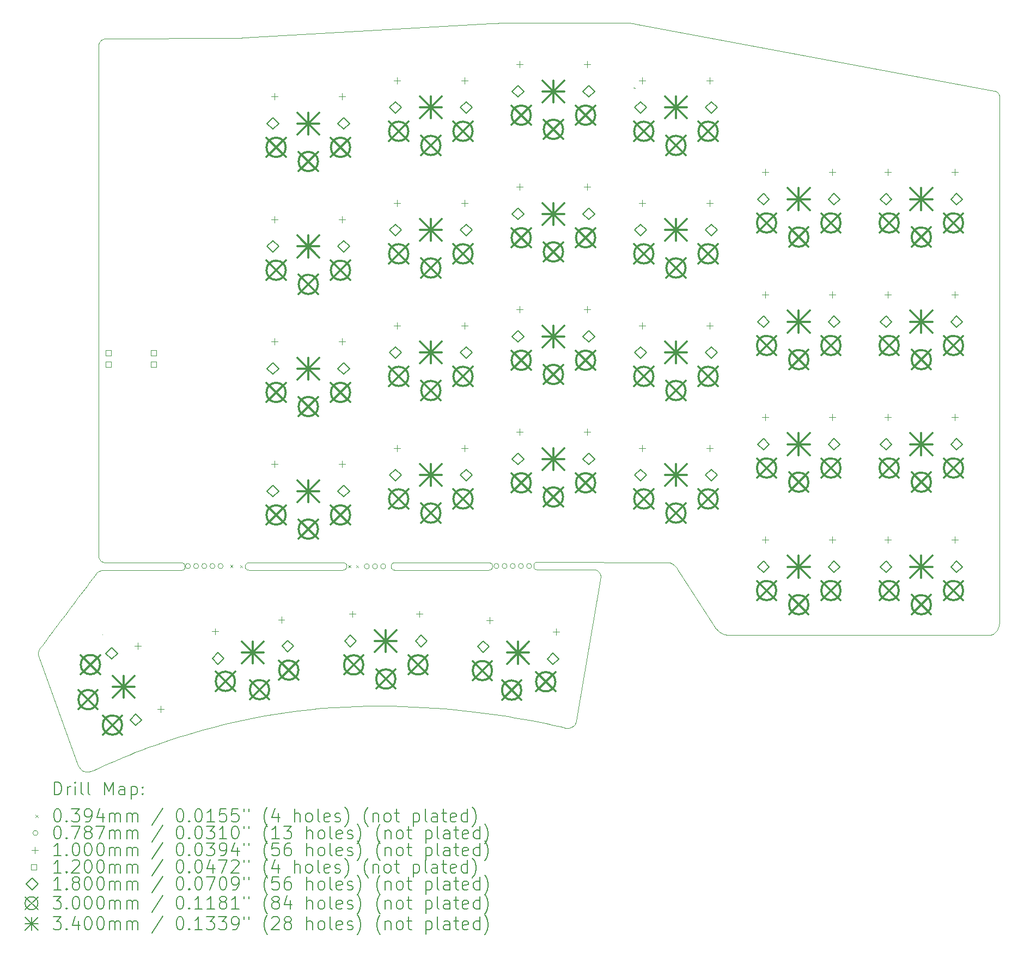
<source format=gbr>
%FSLAX45Y45*%
G04 Gerber Fmt 4.5, Leading zero omitted, Abs format (unit mm)*
G04 Created by KiCad (PCBNEW (6.0.0)) date 2022-08-16 23:55:05*
%MOMM*%
%LPD*%
G01*
G04 APERTURE LIST*
%ADD10C,0.090000*%
%ADD11C,0.200000*%
%ADD12C,0.039370*%
%ADD13C,0.078740*%
%ADD14C,0.100000*%
%ADD15C,0.120000*%
%ADD16C,0.180000*%
%ADD17C,0.300000*%
%ADD18C,0.340000*%
G04 APERTURE END LIST*
D10*
X8791274Y-11712543D02*
X8791844Y-11724275D01*
X8793520Y-11735625D01*
X8796250Y-11746541D01*
X8799983Y-11756971D01*
X8804667Y-11766863D01*
X8810250Y-11776167D01*
X8816680Y-11784830D01*
X8823906Y-11792800D01*
X8831877Y-11800026D01*
X8840539Y-11806456D01*
X8849843Y-11812039D01*
X8859735Y-11816723D01*
X8870165Y-11820456D01*
X8881081Y-11823186D01*
X8892431Y-11824862D01*
X8904163Y-11825432D01*
X16221832Y-14279001D02*
X16601775Y-12047682D01*
X7863469Y-13285933D02*
X8477303Y-14972210D01*
X14914791Y-11880574D02*
X14914140Y-11892875D01*
X14912228Y-11903408D01*
X14909117Y-11912309D01*
X14902339Y-11922891D01*
X14893211Y-11930556D01*
X14881945Y-11935755D01*
X14868748Y-11938943D01*
X14858981Y-11940174D01*
X14848512Y-11940848D01*
X14837401Y-11941098D01*
X14825712Y-11941058D01*
X14813506Y-11940864D01*
X14800845Y-11940648D01*
X14787792Y-11940547D01*
X17790636Y-11917154D02*
X18362135Y-12809683D01*
X17112243Y-3446254D02*
X17078025Y-3439904D01*
X8904163Y-11825432D02*
X10007653Y-11825432D01*
X18362135Y-12809683D02*
X18371307Y-12823506D01*
X18380679Y-12836422D01*
X18390218Y-12848461D01*
X18399892Y-12859653D01*
X18409669Y-12870030D01*
X18419516Y-12879622D01*
X18429402Y-12888461D01*
X18439295Y-12896576D01*
X18449161Y-12903998D01*
X18458970Y-12910759D01*
X18468688Y-12916889D01*
X18478284Y-12922419D01*
X18487725Y-12927380D01*
X18496980Y-12931801D01*
X18506016Y-12935715D01*
X18514800Y-12939151D01*
X18523302Y-12942141D01*
X18539327Y-12946905D01*
X18553833Y-12950251D01*
X18566563Y-12952427D01*
X18577260Y-12953677D01*
X18588929Y-12954357D01*
X18594969Y-12954321D01*
X8791274Y-9278729D02*
X8791274Y-11712543D01*
X10134652Y-11881876D02*
X10134001Y-11894177D01*
X10132089Y-11904710D01*
X10128978Y-11913610D01*
X10122200Y-11924193D01*
X10113072Y-11931857D01*
X10101806Y-11937057D01*
X10088609Y-11940245D01*
X10078842Y-11941476D01*
X10068373Y-11942150D01*
X10057262Y-11942400D01*
X10045573Y-11942360D01*
X10033367Y-11942165D01*
X10020707Y-11941950D01*
X10007653Y-11941848D01*
X8759525Y-11994765D02*
X8753576Y-12001711D01*
X8752469Y-12005348D01*
X18594969Y-12954321D02*
X18605945Y-12954321D01*
X18637963Y-12954321D01*
X18689658Y-12954321D01*
X18759665Y-12954321D01*
X18846620Y-12954321D01*
X18949157Y-12954321D01*
X19065911Y-12954321D01*
X19195518Y-12954321D01*
X19336613Y-12954321D01*
X19487830Y-12954321D01*
X19647805Y-12954321D01*
X19815173Y-12954321D01*
X19988570Y-12954321D01*
X20166629Y-12954321D01*
X20347987Y-12954321D01*
X20531278Y-12954321D01*
X20715137Y-12954321D01*
X20898200Y-12954321D01*
X21079102Y-12954321D01*
X21256477Y-12954321D01*
X21428961Y-12954321D01*
X21595189Y-12954321D01*
X21753796Y-12954321D01*
X21903417Y-12954321D01*
X22042688Y-12954321D01*
X22170242Y-12954321D01*
X22284717Y-12954321D01*
X22384745Y-12954321D01*
X22468963Y-12954321D01*
X22536006Y-12954321D01*
X22584509Y-12954321D01*
X22613107Y-12954321D01*
X8917856Y-3682427D02*
X8905650Y-3682515D01*
X16220775Y-14284294D02*
X16221832Y-14279001D01*
X15683140Y-11934793D02*
X15670087Y-11934894D01*
X15657426Y-11935110D01*
X15645220Y-11935304D01*
X15633531Y-11935344D01*
X15622420Y-11935094D01*
X15611951Y-11934421D01*
X15602184Y-11933189D01*
X15593182Y-11931266D01*
X15581249Y-11926787D01*
X15571385Y-11919995D01*
X15563800Y-11910436D01*
X15558704Y-11897656D01*
X15556792Y-11887123D01*
X15556141Y-11874822D01*
X7881108Y-13162461D02*
X7874982Y-13171879D01*
X7869808Y-13181587D01*
X7865543Y-13191544D01*
X7862146Y-13201707D01*
X7859575Y-13212035D01*
X7857791Y-13222488D01*
X7856750Y-13233023D01*
X7856413Y-13243599D01*
X17139055Y-4448657D02*
X17112243Y-4443718D01*
X13468402Y-11940547D02*
X13455349Y-11940648D01*
X13442688Y-11940864D01*
X13430482Y-11941058D01*
X13418793Y-11941098D01*
X13407683Y-11940848D01*
X13397213Y-11940174D01*
X13387446Y-11938943D01*
X13378444Y-11937019D01*
X13366511Y-11932540D01*
X13356647Y-11925748D01*
X13349063Y-11916188D01*
X13343966Y-11903408D01*
X13342054Y-11892875D01*
X13341403Y-11880574D01*
X13468402Y-11824130D02*
X14787792Y-11824130D01*
X11073747Y-11880574D02*
X11074398Y-11868313D01*
X11076310Y-11857892D01*
X11079421Y-11849165D01*
X11086199Y-11838937D01*
X11095326Y-11831709D01*
X11106593Y-11826992D01*
X11119790Y-11824299D01*
X11129557Y-11823386D01*
X11140026Y-11823011D01*
X11151136Y-11823028D01*
X11162826Y-11823293D01*
X11175032Y-11823662D01*
X11187692Y-11823989D01*
X11200746Y-11824130D01*
X22796552Y-4579376D02*
X22795640Y-4566177D01*
X22793065Y-4554317D01*
X22789064Y-4543727D01*
X22783874Y-4534342D01*
X22777733Y-4526094D01*
X22770879Y-4518915D01*
X22763549Y-4512739D01*
X22755982Y-4507498D01*
X22744706Y-4501243D01*
X22734232Y-4496715D01*
X22725362Y-4493687D01*
X22716324Y-4491358D01*
X22715413Y-4491181D01*
X10007653Y-11941848D02*
X8858303Y-11941848D01*
X8858214Y-12939175D02*
X8858214Y-12939175D01*
X11206661Y-3653687D02*
X11195067Y-3654656D01*
X11181519Y-3655765D01*
X11163642Y-3657201D01*
X11153277Y-3658021D01*
X11142065Y-3658897D01*
X11130086Y-3659821D01*
X11117418Y-3660784D01*
X11104140Y-3661779D01*
X11090330Y-3662796D01*
X11076067Y-3663827D01*
X11061429Y-3664865D01*
X11046496Y-3665899D01*
X11031346Y-3666923D01*
X11016057Y-3667927D01*
X11000709Y-3668903D01*
X10985380Y-3669843D01*
X10970148Y-3670738D01*
X10955092Y-3671580D01*
X10940291Y-3672360D01*
X10925823Y-3673071D01*
X10911768Y-3673702D01*
X10898203Y-3674247D01*
X10885208Y-3674696D01*
X10872861Y-3675042D01*
X10861241Y-3675275D01*
X10850426Y-3675388D01*
X10840495Y-3675371D01*
X12520135Y-11940547D02*
X11200746Y-11940547D01*
X13341403Y-11880574D02*
X13342054Y-11868313D01*
X13343966Y-11857892D01*
X13347077Y-11849165D01*
X13353856Y-11838937D01*
X13362983Y-11831709D01*
X13374250Y-11826992D01*
X13387446Y-11824299D01*
X13397213Y-11823386D01*
X13407683Y-11823011D01*
X13418793Y-11823028D01*
X13430482Y-11823293D01*
X13442688Y-11823662D01*
X13455349Y-11823989D01*
X13468402Y-11824130D01*
X12647135Y-11880574D02*
X12646483Y-11892875D01*
X12644571Y-11903408D01*
X12641461Y-11912309D01*
X12634682Y-11922891D01*
X12625555Y-11930556D01*
X12614288Y-11935755D01*
X12601091Y-11938943D01*
X12591325Y-11940174D01*
X12580855Y-11940848D01*
X12569745Y-11941098D01*
X12558055Y-11941058D01*
X12545850Y-11940864D01*
X12533189Y-11940648D01*
X12520135Y-11940547D01*
X16488885Y-11934793D02*
X15683140Y-11934793D01*
X15556141Y-11874822D02*
X15556792Y-11862561D01*
X15558704Y-11852139D01*
X15561815Y-11843413D01*
X15568593Y-11833185D01*
X15577721Y-11825956D01*
X15588987Y-11821239D01*
X15602184Y-11818546D01*
X15611951Y-11817632D01*
X15622420Y-11817257D01*
X15633531Y-11817274D01*
X15645220Y-11817539D01*
X15657426Y-11817908D01*
X15670087Y-11818235D01*
X15683140Y-11818376D01*
X8477303Y-14972210D02*
X8481340Y-14981730D01*
X8485343Y-14989825D01*
X8490802Y-14999601D01*
X8497781Y-15010548D01*
X8506341Y-15022154D01*
X8516545Y-15033907D01*
X8528453Y-15045296D01*
X8542129Y-15055809D01*
X8557635Y-15064935D01*
X8566093Y-15068817D01*
X8575032Y-15072161D01*
X8584459Y-15074902D01*
X8594382Y-15076977D01*
X8604809Y-15078321D01*
X8615747Y-15078870D01*
X8627205Y-15078561D01*
X8639190Y-15077329D01*
X8651710Y-15075111D01*
X8664772Y-15071843D01*
X8678385Y-15067461D01*
X22796552Y-12735598D02*
X22796552Y-12712411D01*
X22796552Y-12644814D01*
X22796552Y-12535753D01*
X22796552Y-12388174D01*
X22796552Y-12205024D01*
X22796552Y-11989249D01*
X22796552Y-11743794D01*
X22796552Y-11471607D01*
X22796552Y-11175633D01*
X22796552Y-10858818D01*
X22796552Y-10524110D01*
X22796552Y-10174453D01*
X22796552Y-9812794D01*
X22796552Y-9442080D01*
X22796552Y-9065256D01*
X22796552Y-8685269D01*
X22796552Y-8305065D01*
X22796552Y-7927590D01*
X22796552Y-7555790D01*
X22796552Y-7192612D01*
X22796552Y-6841002D01*
X22796552Y-6503906D01*
X22796552Y-6184270D01*
X22796552Y-5885040D01*
X22796552Y-5609163D01*
X22796552Y-5359585D01*
X22796552Y-5139251D01*
X22796552Y-4951109D01*
X22796552Y-4798104D01*
X22796552Y-4683183D01*
X22796552Y-4609291D01*
X22796552Y-4579376D01*
X16601775Y-12047682D02*
X16601205Y-12035950D01*
X16599528Y-12024600D01*
X16596798Y-12013684D01*
X16593065Y-12003254D01*
X16588382Y-11993361D01*
X16582799Y-11984058D01*
X16576369Y-11975395D01*
X16569142Y-11967425D01*
X16561172Y-11960199D01*
X16552509Y-11953768D01*
X16543206Y-11948185D01*
X16533313Y-11943502D01*
X16522883Y-11939769D01*
X16511967Y-11937039D01*
X16500618Y-11935363D01*
X16488885Y-11934793D01*
X11200746Y-11824130D02*
X12520135Y-11824130D01*
X14894329Y-3439904D02*
X11206661Y-3653687D01*
X16058496Y-14397183D02*
X16070751Y-14398555D01*
X16084370Y-14398883D01*
X16095453Y-14398342D01*
X16107748Y-14396873D01*
X16120920Y-14394203D01*
X16134631Y-14390057D01*
X16148547Y-14384162D01*
X16162330Y-14376245D01*
X16175646Y-14366030D01*
X16188159Y-14353244D01*
X16194009Y-14345801D01*
X16199532Y-14337613D01*
X16204686Y-14328646D01*
X16209430Y-14318864D01*
X16213720Y-14308234D01*
X16217516Y-14296722D01*
X16220775Y-14284294D01*
X10840495Y-3675371D02*
X8917856Y-3682427D01*
X12259079Y-14090266D02*
X12443792Y-14075938D01*
X12627310Y-14065226D01*
X12809326Y-14057924D01*
X12989536Y-14053824D01*
X13167631Y-14052718D01*
X13343307Y-14054400D01*
X13516257Y-14058661D01*
X13686175Y-14065296D01*
X13852755Y-14074095D01*
X14015690Y-14084853D01*
X14174675Y-14097361D01*
X14329402Y-14111412D01*
X14479567Y-14126799D01*
X14624862Y-14143314D01*
X14764982Y-14160751D01*
X14899621Y-14178901D01*
X15028471Y-14197558D01*
X15151228Y-14216514D01*
X15267585Y-14235562D01*
X15377235Y-14254494D01*
X15479873Y-14273103D01*
X15575192Y-14291182D01*
X15662886Y-14308523D01*
X15742650Y-14324919D01*
X15814176Y-14340162D01*
X15877158Y-14354046D01*
X15931291Y-14366363D01*
X15976268Y-14376905D01*
X16011784Y-14385466D01*
X16037531Y-14391837D01*
X16053204Y-14395812D01*
X16058496Y-14397183D01*
X12520135Y-11824130D02*
X12533189Y-11823989D01*
X12545850Y-11823662D01*
X12558055Y-11823293D01*
X12569745Y-11823028D01*
X12580855Y-11823011D01*
X12591325Y-11823386D01*
X12601091Y-11824299D01*
X12610093Y-11825894D01*
X12622027Y-11829882D01*
X12631890Y-11836219D01*
X12639475Y-11845392D01*
X12644571Y-11857892D01*
X12646483Y-11868313D01*
X12647135Y-11880574D01*
X7856413Y-13243599D02*
X7856882Y-13252859D01*
X7858143Y-13262119D01*
X7859974Y-13271380D01*
X7862153Y-13280641D01*
X7863469Y-13285933D01*
X14787792Y-11940547D02*
X13468402Y-11940547D01*
X8752469Y-12005348D02*
X8742722Y-12018304D01*
X8731014Y-12033867D01*
X8715173Y-12054923D01*
X8695515Y-12081051D01*
X8672358Y-12111830D01*
X8646019Y-12146837D01*
X8616815Y-12185651D01*
X8585063Y-12227849D01*
X8551082Y-12273011D01*
X8515186Y-12320713D01*
X8477695Y-12370535D01*
X8438925Y-12422055D01*
X8399192Y-12474850D01*
X8358815Y-12528500D01*
X8318111Y-12582581D01*
X8277396Y-12636673D01*
X8236988Y-12690353D01*
X8197204Y-12743200D01*
X8158362Y-12794792D01*
X8120777Y-12844707D01*
X8084768Y-12892524D01*
X8050652Y-12937820D01*
X8018746Y-12980173D01*
X7989366Y-13019163D01*
X7962831Y-13054366D01*
X7939457Y-13085362D01*
X7919562Y-13111728D01*
X7903462Y-13133043D01*
X7891475Y-13148884D01*
X7883918Y-13158831D01*
X7881108Y-13162461D01*
X14787792Y-11824130D02*
X14800845Y-11823989D01*
X14813506Y-11823662D01*
X14825712Y-11823293D01*
X14837401Y-11823028D01*
X14848512Y-11823011D01*
X14858981Y-11823386D01*
X14868748Y-11824299D01*
X14877750Y-11825894D01*
X14889683Y-11829882D01*
X14899547Y-11836219D01*
X14907131Y-11845392D01*
X14912228Y-11857892D01*
X14914140Y-11868313D01*
X14914791Y-11880574D01*
X17112243Y-4443718D02*
X17121533Y-4445343D01*
X17130904Y-4447023D01*
X17139055Y-4448657D01*
X11200746Y-11940547D02*
X11187692Y-11940648D01*
X11175032Y-11940864D01*
X11162826Y-11941058D01*
X11151136Y-11941098D01*
X11140026Y-11940848D01*
X11129557Y-11940174D01*
X11119790Y-11938943D01*
X11110788Y-11937019D01*
X11098855Y-11932540D01*
X11088991Y-11925748D01*
X11081406Y-11916188D01*
X11076310Y-11903408D01*
X11074398Y-11892875D01*
X11073747Y-11880574D01*
X22715413Y-4491181D02*
X17139055Y-3451193D01*
X15683140Y-11818376D02*
X17628357Y-11821905D01*
X17628357Y-11821905D02*
X17638755Y-11822179D01*
X17648783Y-11822975D01*
X17658445Y-11824260D01*
X17667742Y-11825998D01*
X17676677Y-11828155D01*
X17693473Y-11833585D01*
X17708853Y-11840270D01*
X17722837Y-11847932D01*
X17735447Y-11856292D01*
X17746703Y-11865070D01*
X17756626Y-11873988D01*
X17765237Y-11882767D01*
X17772555Y-11891127D01*
X17778602Y-11898789D01*
X17785334Y-11908364D01*
X17790054Y-11916084D01*
X17790636Y-11917154D01*
X17139055Y-3451193D02*
X17112243Y-3446254D01*
X8678385Y-15067461D02*
X8698258Y-15059561D01*
X8725380Y-15047921D01*
X8759619Y-15032768D01*
X8800844Y-15014330D01*
X8848924Y-14992836D01*
X8903728Y-14968513D01*
X8965124Y-14941589D01*
X9032982Y-14912293D01*
X9107170Y-14880852D01*
X9187557Y-14847495D01*
X9274013Y-14812449D01*
X9366405Y-14775943D01*
X9464603Y-14738204D01*
X9568476Y-14699460D01*
X9677893Y-14659941D01*
X9792722Y-14619873D01*
X9912832Y-14579484D01*
X10038093Y-14539003D01*
X10168372Y-14498658D01*
X10303540Y-14458677D01*
X10443464Y-14419287D01*
X10588014Y-14380717D01*
X10737059Y-14343195D01*
X10890467Y-14306948D01*
X11048107Y-14272205D01*
X11209848Y-14239194D01*
X11375560Y-14208143D01*
X11545110Y-14179280D01*
X11718369Y-14152833D01*
X11895204Y-14129029D01*
X12075484Y-14108098D01*
X12259079Y-14090266D01*
X10007653Y-11825432D02*
X10020707Y-11825291D01*
X10033367Y-11824964D01*
X10045573Y-11824595D01*
X10057262Y-11824330D01*
X10068373Y-11824312D01*
X10078842Y-11824688D01*
X10088609Y-11825601D01*
X10097611Y-11827196D01*
X10109544Y-11831184D01*
X10119408Y-11837520D01*
X10126993Y-11846694D01*
X10132089Y-11859193D01*
X10134001Y-11869615D01*
X10134652Y-11881876D01*
X22613107Y-12954321D02*
X22630704Y-12953694D01*
X22647142Y-12951865D01*
X22662459Y-12948914D01*
X22676696Y-12944923D01*
X22689892Y-12939970D01*
X22702086Y-12934136D01*
X22713317Y-12927501D01*
X22723625Y-12920146D01*
X22733050Y-12912149D01*
X22741630Y-12903592D01*
X22749406Y-12894554D01*
X22756416Y-12885116D01*
X22762700Y-12875357D01*
X22768297Y-12865358D01*
X22773247Y-12855199D01*
X22777590Y-12844960D01*
X22781363Y-12834720D01*
X22784608Y-12824561D01*
X22787363Y-12814562D01*
X22789668Y-12804804D01*
X22791562Y-12795365D01*
X22793085Y-12786328D01*
X22795173Y-12769774D01*
X22796249Y-12755783D01*
X22796627Y-12744997D01*
X22796552Y-12735598D01*
X17078025Y-3439904D02*
X17064311Y-3438663D01*
X17039548Y-3437579D01*
X17004488Y-3436645D01*
X16959885Y-3435853D01*
X16906492Y-3435195D01*
X16845062Y-3434664D01*
X16776348Y-3434252D01*
X16701103Y-3433951D01*
X16620081Y-3433754D01*
X16534035Y-3433652D01*
X16443718Y-3433638D01*
X16349882Y-3433703D01*
X16253283Y-3433842D01*
X16154671Y-3434044D01*
X16054802Y-3434304D01*
X15954427Y-3434613D01*
X15854300Y-3434963D01*
X15755174Y-3435347D01*
X15657803Y-3435756D01*
X15562940Y-3436184D01*
X15471337Y-3436622D01*
X15383748Y-3437062D01*
X15300927Y-3437497D01*
X15223625Y-3437920D01*
X15152598Y-3438322D01*
X15088597Y-3438695D01*
X15032375Y-3439032D01*
X14984687Y-3439325D01*
X14946286Y-3439567D01*
X14917923Y-3439749D01*
X14900353Y-3439864D01*
X14894329Y-3439904D01*
X8858303Y-11941848D02*
X8847487Y-11943297D01*
X8836892Y-11945624D01*
X8826554Y-11948776D01*
X8816506Y-11952701D01*
X8806783Y-11957347D01*
X8797422Y-11962662D01*
X8788455Y-11968592D01*
X8779919Y-11975087D01*
X8771848Y-11982093D01*
X8764277Y-11989559D01*
X8759525Y-11994765D01*
X8905650Y-3682515D02*
X8893918Y-3683085D01*
X8882568Y-3684761D01*
X8871653Y-3687492D01*
X8861223Y-3691225D01*
X8851330Y-3695908D01*
X8842026Y-3701491D01*
X8833364Y-3707921D01*
X8825393Y-3715148D01*
X8818167Y-3723118D01*
X8811737Y-3731781D01*
X8806154Y-3741084D01*
X8801470Y-3750977D01*
X8797738Y-3761407D01*
X8795007Y-3772322D01*
X8793331Y-3783672D01*
X8792761Y-3795405D01*
X8792761Y-3795405D02*
X8791274Y-9278729D01*
D11*
D12*
X10841227Y-11862579D02*
X10880597Y-11901949D01*
X10880597Y-11862579D02*
X10841227Y-11901949D01*
X10994227Y-11865579D02*
X11033597Y-11904949D01*
X11033597Y-11865579D02*
X10994227Y-11904949D01*
X12677227Y-11864579D02*
X12716597Y-11903949D01*
X12716597Y-11864579D02*
X12677227Y-11903949D01*
X12797227Y-11865179D02*
X12836597Y-11904549D01*
X12836597Y-11865179D02*
X12797227Y-11904549D01*
D13*
X10222282Y-11879864D02*
G75*
G03*
X10222282Y-11879864I-39370J0D01*
G01*
X10349282Y-11879864D02*
G75*
G03*
X10349282Y-11879864I-39370J0D01*
G01*
X10476282Y-11879864D02*
G75*
G03*
X10476282Y-11879864I-39370J0D01*
G01*
X10603282Y-11879864D02*
G75*
G03*
X10603282Y-11879864I-39370J0D01*
G01*
X10730282Y-11879864D02*
G75*
G03*
X10730282Y-11879864I-39370J0D01*
G01*
X13004282Y-11883864D02*
G75*
G03*
X13004282Y-11883864I-39370J0D01*
G01*
X13131282Y-11883864D02*
G75*
G03*
X13131282Y-11883864I-39370J0D01*
G01*
X13258282Y-11883864D02*
G75*
G03*
X13258282Y-11883864I-39370J0D01*
G01*
X15018282Y-11878864D02*
G75*
G03*
X15018282Y-11878864I-39370J0D01*
G01*
X15145282Y-11878864D02*
G75*
G03*
X15145282Y-11878864I-39370J0D01*
G01*
X15272282Y-11878864D02*
G75*
G03*
X15272282Y-11878864I-39370J0D01*
G01*
X15399282Y-11878864D02*
G75*
G03*
X15399282Y-11878864I-39370J0D01*
G01*
X15526282Y-11878864D02*
G75*
G03*
X15526282Y-11878864I-39370J0D01*
G01*
D14*
X9402878Y-13069900D02*
X9402878Y-13169900D01*
X9352878Y-13119900D02*
X9452878Y-13119900D01*
X9759947Y-14050939D02*
X9759947Y-14150939D01*
X9709947Y-14100939D02*
X9809947Y-14100939D01*
X10607910Y-12846289D02*
X10607910Y-12946289D01*
X10557910Y-12896289D02*
X10657910Y-12896289D01*
X11533000Y-4530000D02*
X11533000Y-4630000D01*
X11483000Y-4580000D02*
X11583000Y-4580000D01*
X11533000Y-6440000D02*
X11533000Y-6540000D01*
X11483000Y-6490000D02*
X11583000Y-6490000D01*
X11533000Y-8340000D02*
X11533000Y-8440000D01*
X11483000Y-8390000D02*
X11583000Y-8390000D01*
X11533000Y-10245000D02*
X11533000Y-10345000D01*
X11483000Y-10295000D02*
X11583000Y-10295000D01*
X11636049Y-12665000D02*
X11636049Y-12765000D01*
X11586049Y-12715000D02*
X11686049Y-12715000D01*
X12577000Y-4530000D02*
X12577000Y-4630000D01*
X12527000Y-4580000D02*
X12627000Y-4580000D01*
X12577000Y-6440000D02*
X12577000Y-6540000D01*
X12527000Y-6490000D02*
X12627000Y-6490000D01*
X12577000Y-8340000D02*
X12577000Y-8440000D01*
X12527000Y-8390000D02*
X12627000Y-8390000D01*
X12577000Y-10245000D02*
X12577000Y-10345000D01*
X12527000Y-10295000D02*
X12627000Y-10295000D01*
X12737912Y-12575264D02*
X12737912Y-12675264D01*
X12687912Y-12625264D02*
X12787912Y-12625264D01*
X13438000Y-4280000D02*
X13438000Y-4380000D01*
X13388000Y-4330000D02*
X13488000Y-4330000D01*
X13438000Y-6185000D02*
X13438000Y-6285000D01*
X13388000Y-6235000D02*
X13488000Y-6235000D01*
X13438000Y-8090000D02*
X13438000Y-8190000D01*
X13388000Y-8140000D02*
X13488000Y-8140000D01*
X13438000Y-9995000D02*
X13438000Y-10095000D01*
X13388000Y-10045000D02*
X13488000Y-10045000D01*
X13781912Y-12575264D02*
X13781912Y-12675264D01*
X13731912Y-12625264D02*
X13831912Y-12625264D01*
X14482000Y-4280000D02*
X14482000Y-4380000D01*
X14432000Y-4330000D02*
X14532000Y-4330000D01*
X14482000Y-6185000D02*
X14482000Y-6285000D01*
X14432000Y-6235000D02*
X14532000Y-6235000D01*
X14482000Y-8090000D02*
X14482000Y-8190000D01*
X14432000Y-8140000D02*
X14532000Y-8140000D01*
X14482000Y-9995000D02*
X14482000Y-10095000D01*
X14432000Y-10045000D02*
X14532000Y-10045000D01*
X14876775Y-12672000D02*
X14876775Y-12772000D01*
X14826775Y-12722000D02*
X14926775Y-12722000D01*
X15343000Y-4030000D02*
X15343000Y-4130000D01*
X15293000Y-4080000D02*
X15393000Y-4080000D01*
X15343000Y-5935000D02*
X15343000Y-6035000D01*
X15293000Y-5985000D02*
X15393000Y-5985000D01*
X15343000Y-7840000D02*
X15343000Y-7940000D01*
X15293000Y-7890000D02*
X15393000Y-7890000D01*
X15343000Y-9745000D02*
X15343000Y-9845000D01*
X15293000Y-9795000D02*
X15393000Y-9795000D01*
X15904914Y-12853289D02*
X15904914Y-12953289D01*
X15854914Y-12903289D02*
X15954914Y-12903289D01*
X16387000Y-4030000D02*
X16387000Y-4130000D01*
X16337000Y-4080000D02*
X16437000Y-4080000D01*
X16387000Y-5935000D02*
X16387000Y-6035000D01*
X16337000Y-5985000D02*
X16437000Y-5985000D01*
X16387000Y-7840000D02*
X16387000Y-7940000D01*
X16337000Y-7890000D02*
X16437000Y-7890000D01*
X16387000Y-9745000D02*
X16387000Y-9845000D01*
X16337000Y-9795000D02*
X16437000Y-9795000D01*
X17248000Y-4280000D02*
X17248000Y-4380000D01*
X17198000Y-4330000D02*
X17298000Y-4330000D01*
X17248000Y-6185000D02*
X17248000Y-6285000D01*
X17198000Y-6235000D02*
X17298000Y-6235000D01*
X17248000Y-8090000D02*
X17248000Y-8190000D01*
X17198000Y-8140000D02*
X17298000Y-8140000D01*
X17248000Y-9995000D02*
X17248000Y-10095000D01*
X17198000Y-10045000D02*
X17298000Y-10045000D01*
X18292000Y-4280000D02*
X18292000Y-4380000D01*
X18242000Y-4330000D02*
X18342000Y-4330000D01*
X18292000Y-6185000D02*
X18292000Y-6285000D01*
X18242000Y-6235000D02*
X18342000Y-6235000D01*
X18292000Y-8090000D02*
X18292000Y-8190000D01*
X18242000Y-8140000D02*
X18342000Y-8140000D01*
X18292000Y-9995000D02*
X18292000Y-10095000D01*
X18242000Y-10045000D02*
X18342000Y-10045000D01*
X19156912Y-5704264D02*
X19156912Y-5804264D01*
X19106912Y-5754264D02*
X19206912Y-5754264D01*
X19156912Y-7609264D02*
X19156912Y-7709264D01*
X19106912Y-7659264D02*
X19206912Y-7659264D01*
X19156912Y-9514264D02*
X19156912Y-9614264D01*
X19106912Y-9564264D02*
X19206912Y-9564264D01*
X19156912Y-11419264D02*
X19156912Y-11519264D01*
X19106912Y-11469264D02*
X19206912Y-11469264D01*
X20200912Y-5704264D02*
X20200912Y-5804264D01*
X20150912Y-5754264D02*
X20250912Y-5754264D01*
X20200912Y-7609264D02*
X20200912Y-7709264D01*
X20150912Y-7659264D02*
X20250912Y-7659264D01*
X20200912Y-9514264D02*
X20200912Y-9614264D01*
X20150912Y-9564264D02*
X20250912Y-9564264D01*
X20200912Y-11419264D02*
X20200912Y-11519264D01*
X20150912Y-11469264D02*
X20250912Y-11469264D01*
X21061912Y-5704264D02*
X21061912Y-5804264D01*
X21011912Y-5754264D02*
X21111912Y-5754264D01*
X21061912Y-7609264D02*
X21061912Y-7709264D01*
X21011912Y-7659264D02*
X21111912Y-7659264D01*
X21061912Y-9514264D02*
X21061912Y-9614264D01*
X21011912Y-9564264D02*
X21111912Y-9564264D01*
X21061912Y-11419264D02*
X21061912Y-11519264D01*
X21011912Y-11469264D02*
X21111912Y-11469264D01*
X22105912Y-5704264D02*
X22105912Y-5804264D01*
X22055912Y-5754264D02*
X22155912Y-5754264D01*
X22105912Y-7609264D02*
X22105912Y-7709264D01*
X22055912Y-7659264D02*
X22155912Y-7659264D01*
X22105912Y-9514264D02*
X22105912Y-9614264D01*
X22055912Y-9564264D02*
X22155912Y-9564264D01*
X22105912Y-11419264D02*
X22105912Y-11519264D01*
X22055912Y-11469264D02*
X22155912Y-11469264D01*
D15*
X8992427Y-8607427D02*
X8992427Y-8522573D01*
X8907573Y-8522573D01*
X8907573Y-8607427D01*
X8992427Y-8607427D01*
X8992427Y-8782427D02*
X8992427Y-8697573D01*
X8907573Y-8697573D01*
X8907573Y-8782427D01*
X8992427Y-8782427D01*
X9692427Y-8607427D02*
X9692427Y-8522573D01*
X9607573Y-8522573D01*
X9607573Y-8607427D01*
X9692427Y-8607427D01*
X9692427Y-8782427D02*
X9692427Y-8697573D01*
X9607573Y-8697573D01*
X9607573Y-8782427D01*
X9692427Y-8782427D01*
D16*
X8998631Y-13327237D02*
X9088631Y-13237237D01*
X8998631Y-13147237D01*
X8908631Y-13237237D01*
X8998631Y-13327237D01*
X9374853Y-14360899D02*
X9464853Y-14270899D01*
X9374853Y-14180899D01*
X9284853Y-14270899D01*
X9374853Y-14360899D01*
X10653268Y-13404770D02*
X10743268Y-13314770D01*
X10653268Y-13224770D01*
X10563268Y-13314770D01*
X10653268Y-13404770D01*
X11505000Y-5090000D02*
X11595000Y-5000000D01*
X11505000Y-4910000D01*
X11415000Y-5000000D01*
X11505000Y-5090000D01*
X11505000Y-7000000D02*
X11595000Y-6910000D01*
X11505000Y-6820000D01*
X11415000Y-6910000D01*
X11505000Y-7000000D01*
X11505000Y-8900000D02*
X11595000Y-8810000D01*
X11505000Y-8720000D01*
X11415000Y-8810000D01*
X11505000Y-8900000D01*
X11505000Y-10805000D02*
X11595000Y-10715000D01*
X11505000Y-10625000D01*
X11415000Y-10715000D01*
X11505000Y-10805000D01*
X11736556Y-13213757D02*
X11826556Y-13123757D01*
X11736556Y-13033757D01*
X11646556Y-13123757D01*
X11736556Y-13213757D01*
X12605000Y-5090000D02*
X12695000Y-5000000D01*
X12605000Y-4910000D01*
X12515000Y-5000000D01*
X12605000Y-5090000D01*
X12605000Y-7000000D02*
X12695000Y-6910000D01*
X12605000Y-6820000D01*
X12515000Y-6910000D01*
X12605000Y-7000000D01*
X12605000Y-8900000D02*
X12695000Y-8810000D01*
X12605000Y-8720000D01*
X12515000Y-8810000D01*
X12605000Y-8900000D01*
X12605000Y-10805000D02*
X12695000Y-10715000D01*
X12605000Y-10625000D01*
X12515000Y-10715000D01*
X12605000Y-10805000D01*
X12709912Y-13135264D02*
X12799912Y-13045264D01*
X12709912Y-12955264D01*
X12619912Y-13045264D01*
X12709912Y-13135264D01*
X13410000Y-4840000D02*
X13500000Y-4750000D01*
X13410000Y-4660000D01*
X13320000Y-4750000D01*
X13410000Y-4840000D01*
X13410000Y-6745000D02*
X13500000Y-6655000D01*
X13410000Y-6565000D01*
X13320000Y-6655000D01*
X13410000Y-6745000D01*
X13410000Y-8650000D02*
X13500000Y-8560000D01*
X13410000Y-8470000D01*
X13320000Y-8560000D01*
X13410000Y-8650000D01*
X13410000Y-10555000D02*
X13500000Y-10465000D01*
X13410000Y-10375000D01*
X13320000Y-10465000D01*
X13410000Y-10555000D01*
X13809912Y-13135264D02*
X13899912Y-13045264D01*
X13809912Y-12955264D01*
X13719912Y-13045264D01*
X13809912Y-13135264D01*
X14510000Y-4840000D02*
X14600000Y-4750000D01*
X14510000Y-4660000D01*
X14420000Y-4750000D01*
X14510000Y-4840000D01*
X14510000Y-6745000D02*
X14600000Y-6655000D01*
X14510000Y-6565000D01*
X14420000Y-6655000D01*
X14510000Y-6745000D01*
X14510000Y-8650000D02*
X14600000Y-8560000D01*
X14510000Y-8470000D01*
X14420000Y-8560000D01*
X14510000Y-8650000D01*
X14510000Y-10555000D02*
X14600000Y-10465000D01*
X14510000Y-10375000D01*
X14420000Y-10465000D01*
X14510000Y-10555000D01*
X14776268Y-13220757D02*
X14866268Y-13130757D01*
X14776268Y-13040757D01*
X14686268Y-13130757D01*
X14776268Y-13220757D01*
X15315000Y-4590000D02*
X15405000Y-4500000D01*
X15315000Y-4410000D01*
X15225000Y-4500000D01*
X15315000Y-4590000D01*
X15315000Y-6495000D02*
X15405000Y-6405000D01*
X15315000Y-6315000D01*
X15225000Y-6405000D01*
X15315000Y-6495000D01*
X15315000Y-8400000D02*
X15405000Y-8310000D01*
X15315000Y-8220000D01*
X15225000Y-8310000D01*
X15315000Y-8400000D01*
X15315000Y-10305000D02*
X15405000Y-10215000D01*
X15315000Y-10125000D01*
X15225000Y-10215000D01*
X15315000Y-10305000D01*
X15859556Y-13411770D02*
X15949556Y-13321770D01*
X15859556Y-13231770D01*
X15769556Y-13321770D01*
X15859556Y-13411770D01*
X16415000Y-4590000D02*
X16505000Y-4500000D01*
X16415000Y-4410000D01*
X16325000Y-4500000D01*
X16415000Y-4590000D01*
X16415000Y-6495000D02*
X16505000Y-6405000D01*
X16415000Y-6315000D01*
X16325000Y-6405000D01*
X16415000Y-6495000D01*
X16415000Y-8400000D02*
X16505000Y-8310000D01*
X16415000Y-8220000D01*
X16325000Y-8310000D01*
X16415000Y-8400000D01*
X16415000Y-10305000D02*
X16505000Y-10215000D01*
X16415000Y-10125000D01*
X16325000Y-10215000D01*
X16415000Y-10305000D01*
X17220000Y-4840000D02*
X17310000Y-4750000D01*
X17220000Y-4660000D01*
X17130000Y-4750000D01*
X17220000Y-4840000D01*
X17220000Y-6745000D02*
X17310000Y-6655000D01*
X17220000Y-6565000D01*
X17130000Y-6655000D01*
X17220000Y-6745000D01*
X17220000Y-8650000D02*
X17310000Y-8560000D01*
X17220000Y-8470000D01*
X17130000Y-8560000D01*
X17220000Y-8650000D01*
X17220000Y-10555000D02*
X17310000Y-10465000D01*
X17220000Y-10375000D01*
X17130000Y-10465000D01*
X17220000Y-10555000D01*
X18320000Y-4840000D02*
X18410000Y-4750000D01*
X18320000Y-4660000D01*
X18230000Y-4750000D01*
X18320000Y-4840000D01*
X18320000Y-6745000D02*
X18410000Y-6655000D01*
X18320000Y-6565000D01*
X18230000Y-6655000D01*
X18320000Y-6745000D01*
X18320000Y-8650000D02*
X18410000Y-8560000D01*
X18320000Y-8470000D01*
X18230000Y-8560000D01*
X18320000Y-8650000D01*
X18320000Y-10555000D02*
X18410000Y-10465000D01*
X18320000Y-10375000D01*
X18230000Y-10465000D01*
X18320000Y-10555000D01*
X19128912Y-6264264D02*
X19218912Y-6174264D01*
X19128912Y-6084264D01*
X19038912Y-6174264D01*
X19128912Y-6264264D01*
X19128912Y-8169264D02*
X19218912Y-8079264D01*
X19128912Y-7989264D01*
X19038912Y-8079264D01*
X19128912Y-8169264D01*
X19128912Y-10074264D02*
X19218912Y-9984264D01*
X19128912Y-9894264D01*
X19038912Y-9984264D01*
X19128912Y-10074264D01*
X19128912Y-11979264D02*
X19218912Y-11889264D01*
X19128912Y-11799264D01*
X19038912Y-11889264D01*
X19128912Y-11979264D01*
X20228912Y-6264264D02*
X20318912Y-6174264D01*
X20228912Y-6084264D01*
X20138912Y-6174264D01*
X20228912Y-6264264D01*
X20228912Y-8169264D02*
X20318912Y-8079264D01*
X20228912Y-7989264D01*
X20138912Y-8079264D01*
X20228912Y-8169264D01*
X20228912Y-10074264D02*
X20318912Y-9984264D01*
X20228912Y-9894264D01*
X20138912Y-9984264D01*
X20228912Y-10074264D01*
X20228912Y-11979264D02*
X20318912Y-11889264D01*
X20228912Y-11799264D01*
X20138912Y-11889264D01*
X20228912Y-11979264D01*
X21033912Y-6264264D02*
X21123912Y-6174264D01*
X21033912Y-6084264D01*
X20943912Y-6174264D01*
X21033912Y-6264264D01*
X21033912Y-8169264D02*
X21123912Y-8079264D01*
X21033912Y-7989264D01*
X20943912Y-8079264D01*
X21033912Y-8169264D01*
X21033912Y-10074264D02*
X21123912Y-9984264D01*
X21033912Y-9894264D01*
X20943912Y-9984264D01*
X21033912Y-10074264D01*
X21033912Y-11979264D02*
X21123912Y-11889264D01*
X21033912Y-11799264D01*
X20943912Y-11889264D01*
X21033912Y-11979264D01*
X22133912Y-6264264D02*
X22223912Y-6174264D01*
X22133912Y-6084264D01*
X22043912Y-6174264D01*
X22133912Y-6264264D01*
X22133912Y-8169264D02*
X22223912Y-8079264D01*
X22133912Y-7989264D01*
X22043912Y-8079264D01*
X22133912Y-8169264D01*
X22133912Y-10074264D02*
X22223912Y-9984264D01*
X22133912Y-9894264D01*
X22043912Y-9984264D01*
X22133912Y-10074264D01*
X22133912Y-11979264D02*
X22223912Y-11889264D01*
X22133912Y-11799264D01*
X22043912Y-11889264D01*
X22133912Y-11979264D01*
D17*
X8482323Y-13805860D02*
X8782323Y-14105860D01*
X8782323Y-13805860D02*
X8482323Y-14105860D01*
X8782323Y-13955860D02*
G75*
G03*
X8782323Y-13955860I-150000J0D01*
G01*
X8518046Y-13260769D02*
X8818046Y-13560769D01*
X8818046Y-13260769D02*
X8518046Y-13560769D01*
X8818046Y-13410769D02*
G75*
G03*
X8818046Y-13410769I-150000J0D01*
G01*
X8860066Y-14200462D02*
X9160066Y-14500462D01*
X9160066Y-14200462D02*
X8860066Y-14500462D01*
X9160066Y-14350462D02*
G75*
G03*
X9160066Y-14350462I-150000J0D01*
G01*
X10616758Y-13520467D02*
X10916758Y-13820467D01*
X10916758Y-13520467D02*
X10616758Y-13820467D01*
X10916758Y-13670467D02*
G75*
G03*
X10916758Y-13670467I-150000J0D01*
G01*
X11147364Y-13650301D02*
X11447364Y-13950301D01*
X11447364Y-13650301D02*
X11147364Y-13950301D01*
X11447364Y-13800301D02*
G75*
G03*
X11447364Y-13800301I-150000J0D01*
G01*
X11405000Y-5220000D02*
X11705000Y-5520000D01*
X11705000Y-5220000D02*
X11405000Y-5520000D01*
X11705000Y-5370000D02*
G75*
G03*
X11705000Y-5370000I-150000J0D01*
G01*
X11405000Y-7130000D02*
X11705000Y-7430000D01*
X11705000Y-7130000D02*
X11405000Y-7430000D01*
X11705000Y-7280000D02*
G75*
G03*
X11705000Y-7280000I-150000J0D01*
G01*
X11405000Y-9030000D02*
X11705000Y-9330000D01*
X11705000Y-9030000D02*
X11405000Y-9330000D01*
X11705000Y-9180000D02*
G75*
G03*
X11705000Y-9180000I-150000J0D01*
G01*
X11405000Y-10935000D02*
X11705000Y-11235000D01*
X11705000Y-10935000D02*
X11405000Y-11235000D01*
X11705000Y-11085000D02*
G75*
G03*
X11705000Y-11085000I-150000J0D01*
G01*
X11601566Y-13346819D02*
X11901566Y-13646819D01*
X11901566Y-13346819D02*
X11601566Y-13646819D01*
X11901566Y-13496819D02*
G75*
G03*
X11901566Y-13496819I-150000J0D01*
G01*
X11905000Y-5440000D02*
X12205000Y-5740000D01*
X12205000Y-5440000D02*
X11905000Y-5740000D01*
X12205000Y-5590000D02*
G75*
G03*
X12205000Y-5590000I-150000J0D01*
G01*
X11905000Y-7350000D02*
X12205000Y-7650000D01*
X12205000Y-7350000D02*
X11905000Y-7650000D01*
X12205000Y-7500000D02*
G75*
G03*
X12205000Y-7500000I-150000J0D01*
G01*
X11905000Y-9250000D02*
X12205000Y-9550000D01*
X12205000Y-9250000D02*
X11905000Y-9550000D01*
X12205000Y-9400000D02*
G75*
G03*
X12205000Y-9400000I-150000J0D01*
G01*
X11905000Y-11155000D02*
X12205000Y-11455000D01*
X12205000Y-11155000D02*
X11905000Y-11455000D01*
X12205000Y-11305000D02*
G75*
G03*
X12205000Y-11305000I-150000J0D01*
G01*
X12405000Y-5220000D02*
X12705000Y-5520000D01*
X12705000Y-5220000D02*
X12405000Y-5520000D01*
X12705000Y-5370000D02*
G75*
G03*
X12705000Y-5370000I-150000J0D01*
G01*
X12405000Y-7130000D02*
X12705000Y-7430000D01*
X12705000Y-7130000D02*
X12405000Y-7430000D01*
X12705000Y-7280000D02*
G75*
G03*
X12705000Y-7280000I-150000J0D01*
G01*
X12405000Y-9030000D02*
X12705000Y-9330000D01*
X12705000Y-9030000D02*
X12405000Y-9330000D01*
X12705000Y-9180000D02*
G75*
G03*
X12705000Y-9180000I-150000J0D01*
G01*
X12405000Y-10935000D02*
X12705000Y-11235000D01*
X12705000Y-10935000D02*
X12405000Y-11235000D01*
X12705000Y-11085000D02*
G75*
G03*
X12705000Y-11085000I-150000J0D01*
G01*
X12609912Y-13265264D02*
X12909912Y-13565264D01*
X12909912Y-13265264D02*
X12609912Y-13565264D01*
X12909912Y-13415264D02*
G75*
G03*
X12909912Y-13415264I-150000J0D01*
G01*
X13109912Y-13485264D02*
X13409912Y-13785264D01*
X13409912Y-13485264D02*
X13109912Y-13785264D01*
X13409912Y-13635264D02*
G75*
G03*
X13409912Y-13635264I-150000J0D01*
G01*
X13310000Y-4970000D02*
X13610000Y-5270000D01*
X13610000Y-4970000D02*
X13310000Y-5270000D01*
X13610000Y-5120000D02*
G75*
G03*
X13610000Y-5120000I-150000J0D01*
G01*
X13310000Y-6875000D02*
X13610000Y-7175000D01*
X13610000Y-6875000D02*
X13310000Y-7175000D01*
X13610000Y-7025000D02*
G75*
G03*
X13610000Y-7025000I-150000J0D01*
G01*
X13310000Y-8780000D02*
X13610000Y-9080000D01*
X13610000Y-8780000D02*
X13310000Y-9080000D01*
X13610000Y-8930000D02*
G75*
G03*
X13610000Y-8930000I-150000J0D01*
G01*
X13310000Y-10685000D02*
X13610000Y-10985000D01*
X13610000Y-10685000D02*
X13310000Y-10985000D01*
X13610000Y-10835000D02*
G75*
G03*
X13610000Y-10835000I-150000J0D01*
G01*
X13609912Y-13265264D02*
X13909912Y-13565264D01*
X13909912Y-13265264D02*
X13609912Y-13565264D01*
X13909912Y-13415264D02*
G75*
G03*
X13909912Y-13415264I-150000J0D01*
G01*
X13810000Y-5190000D02*
X14110000Y-5490000D01*
X14110000Y-5190000D02*
X13810000Y-5490000D01*
X14110000Y-5340000D02*
G75*
G03*
X14110000Y-5340000I-150000J0D01*
G01*
X13810000Y-7095000D02*
X14110000Y-7395000D01*
X14110000Y-7095000D02*
X13810000Y-7395000D01*
X14110000Y-7245000D02*
G75*
G03*
X14110000Y-7245000I-150000J0D01*
G01*
X13810000Y-9000000D02*
X14110000Y-9300000D01*
X14110000Y-9000000D02*
X13810000Y-9300000D01*
X14110000Y-9150000D02*
G75*
G03*
X14110000Y-9150000I-150000J0D01*
G01*
X13810000Y-10905000D02*
X14110000Y-11205000D01*
X14110000Y-10905000D02*
X13810000Y-11205000D01*
X14110000Y-11055000D02*
G75*
G03*
X14110000Y-11055000I-150000J0D01*
G01*
X14310000Y-4970000D02*
X14610000Y-5270000D01*
X14610000Y-4970000D02*
X14310000Y-5270000D01*
X14610000Y-5120000D02*
G75*
G03*
X14610000Y-5120000I-150000J0D01*
G01*
X14310000Y-6875000D02*
X14610000Y-7175000D01*
X14610000Y-6875000D02*
X14310000Y-7175000D01*
X14610000Y-7025000D02*
G75*
G03*
X14610000Y-7025000I-150000J0D01*
G01*
X14310000Y-8780000D02*
X14610000Y-9080000D01*
X14610000Y-8780000D02*
X14310000Y-9080000D01*
X14610000Y-8930000D02*
G75*
G03*
X14610000Y-8930000I-150000J0D01*
G01*
X14310000Y-10685000D02*
X14610000Y-10985000D01*
X14610000Y-10685000D02*
X14310000Y-10985000D01*
X14610000Y-10835000D02*
G75*
G03*
X14610000Y-10835000I-150000J0D01*
G01*
X14611258Y-13353819D02*
X14911258Y-13653819D01*
X14911258Y-13353819D02*
X14611258Y-13653819D01*
X14911258Y-13503819D02*
G75*
G03*
X14911258Y-13503819I-150000J0D01*
G01*
X15065460Y-13657301D02*
X15365460Y-13957301D01*
X15365460Y-13657301D02*
X15065460Y-13957301D01*
X15365460Y-13807301D02*
G75*
G03*
X15365460Y-13807301I-150000J0D01*
G01*
X15215000Y-4720000D02*
X15515000Y-5020000D01*
X15515000Y-4720000D02*
X15215000Y-5020000D01*
X15515000Y-4870000D02*
G75*
G03*
X15515000Y-4870000I-150000J0D01*
G01*
X15215000Y-6625000D02*
X15515000Y-6925000D01*
X15515000Y-6625000D02*
X15215000Y-6925000D01*
X15515000Y-6775000D02*
G75*
G03*
X15515000Y-6775000I-150000J0D01*
G01*
X15215000Y-8530000D02*
X15515000Y-8830000D01*
X15515000Y-8530000D02*
X15215000Y-8830000D01*
X15515000Y-8680000D02*
G75*
G03*
X15515000Y-8680000I-150000J0D01*
G01*
X15215000Y-10435000D02*
X15515000Y-10735000D01*
X15515000Y-10435000D02*
X15215000Y-10735000D01*
X15515000Y-10585000D02*
G75*
G03*
X15515000Y-10585000I-150000J0D01*
G01*
X15596066Y-13527467D02*
X15896066Y-13827467D01*
X15896066Y-13527467D02*
X15596066Y-13827467D01*
X15896066Y-13677467D02*
G75*
G03*
X15896066Y-13677467I-150000J0D01*
G01*
X15715000Y-4940000D02*
X16015000Y-5240000D01*
X16015000Y-4940000D02*
X15715000Y-5240000D01*
X16015000Y-5090000D02*
G75*
G03*
X16015000Y-5090000I-150000J0D01*
G01*
X15715000Y-6845000D02*
X16015000Y-7145000D01*
X16015000Y-6845000D02*
X15715000Y-7145000D01*
X16015000Y-6995000D02*
G75*
G03*
X16015000Y-6995000I-150000J0D01*
G01*
X15715000Y-8750000D02*
X16015000Y-9050000D01*
X16015000Y-8750000D02*
X15715000Y-9050000D01*
X16015000Y-8900000D02*
G75*
G03*
X16015000Y-8900000I-150000J0D01*
G01*
X15715000Y-10655000D02*
X16015000Y-10955000D01*
X16015000Y-10655000D02*
X15715000Y-10955000D01*
X16015000Y-10805000D02*
G75*
G03*
X16015000Y-10805000I-150000J0D01*
G01*
X16215000Y-4720000D02*
X16515000Y-5020000D01*
X16515000Y-4720000D02*
X16215000Y-5020000D01*
X16515000Y-4870000D02*
G75*
G03*
X16515000Y-4870000I-150000J0D01*
G01*
X16215000Y-6625000D02*
X16515000Y-6925000D01*
X16515000Y-6625000D02*
X16215000Y-6925000D01*
X16515000Y-6775000D02*
G75*
G03*
X16515000Y-6775000I-150000J0D01*
G01*
X16215000Y-8530000D02*
X16515000Y-8830000D01*
X16515000Y-8530000D02*
X16215000Y-8830000D01*
X16515000Y-8680000D02*
G75*
G03*
X16515000Y-8680000I-150000J0D01*
G01*
X16215000Y-10435000D02*
X16515000Y-10735000D01*
X16515000Y-10435000D02*
X16215000Y-10735000D01*
X16515000Y-10585000D02*
G75*
G03*
X16515000Y-10585000I-150000J0D01*
G01*
X17120000Y-4970000D02*
X17420000Y-5270000D01*
X17420000Y-4970000D02*
X17120000Y-5270000D01*
X17420000Y-5120000D02*
G75*
G03*
X17420000Y-5120000I-150000J0D01*
G01*
X17120000Y-6875000D02*
X17420000Y-7175000D01*
X17420000Y-6875000D02*
X17120000Y-7175000D01*
X17420000Y-7025000D02*
G75*
G03*
X17420000Y-7025000I-150000J0D01*
G01*
X17120000Y-8780000D02*
X17420000Y-9080000D01*
X17420000Y-8780000D02*
X17120000Y-9080000D01*
X17420000Y-8930000D02*
G75*
G03*
X17420000Y-8930000I-150000J0D01*
G01*
X17120000Y-10685000D02*
X17420000Y-10985000D01*
X17420000Y-10685000D02*
X17120000Y-10985000D01*
X17420000Y-10835000D02*
G75*
G03*
X17420000Y-10835000I-150000J0D01*
G01*
X17620000Y-5190000D02*
X17920000Y-5490000D01*
X17920000Y-5190000D02*
X17620000Y-5490000D01*
X17920000Y-5340000D02*
G75*
G03*
X17920000Y-5340000I-150000J0D01*
G01*
X17620000Y-7095000D02*
X17920000Y-7395000D01*
X17920000Y-7095000D02*
X17620000Y-7395000D01*
X17920000Y-7245000D02*
G75*
G03*
X17920000Y-7245000I-150000J0D01*
G01*
X17620000Y-9000000D02*
X17920000Y-9300000D01*
X17920000Y-9000000D02*
X17620000Y-9300000D01*
X17920000Y-9150000D02*
G75*
G03*
X17920000Y-9150000I-150000J0D01*
G01*
X17620000Y-10905000D02*
X17920000Y-11205000D01*
X17920000Y-10905000D02*
X17620000Y-11205000D01*
X17920000Y-11055000D02*
G75*
G03*
X17920000Y-11055000I-150000J0D01*
G01*
X18120000Y-4970000D02*
X18420000Y-5270000D01*
X18420000Y-4970000D02*
X18120000Y-5270000D01*
X18420000Y-5120000D02*
G75*
G03*
X18420000Y-5120000I-150000J0D01*
G01*
X18120000Y-6875000D02*
X18420000Y-7175000D01*
X18420000Y-6875000D02*
X18120000Y-7175000D01*
X18420000Y-7025000D02*
G75*
G03*
X18420000Y-7025000I-150000J0D01*
G01*
X18120000Y-8780000D02*
X18420000Y-9080000D01*
X18420000Y-8780000D02*
X18120000Y-9080000D01*
X18420000Y-8930000D02*
G75*
G03*
X18420000Y-8930000I-150000J0D01*
G01*
X18120000Y-10685000D02*
X18420000Y-10985000D01*
X18420000Y-10685000D02*
X18120000Y-10985000D01*
X18420000Y-10835000D02*
G75*
G03*
X18420000Y-10835000I-150000J0D01*
G01*
X19028912Y-6394264D02*
X19328912Y-6694264D01*
X19328912Y-6394264D02*
X19028912Y-6694264D01*
X19328912Y-6544264D02*
G75*
G03*
X19328912Y-6544264I-150000J0D01*
G01*
X19028912Y-8299264D02*
X19328912Y-8599264D01*
X19328912Y-8299264D02*
X19028912Y-8599264D01*
X19328912Y-8449264D02*
G75*
G03*
X19328912Y-8449264I-150000J0D01*
G01*
X19028912Y-10204264D02*
X19328912Y-10504264D01*
X19328912Y-10204264D02*
X19028912Y-10504264D01*
X19328912Y-10354264D02*
G75*
G03*
X19328912Y-10354264I-150000J0D01*
G01*
X19028912Y-12109264D02*
X19328912Y-12409264D01*
X19328912Y-12109264D02*
X19028912Y-12409264D01*
X19328912Y-12259264D02*
G75*
G03*
X19328912Y-12259264I-150000J0D01*
G01*
X19528912Y-6614264D02*
X19828912Y-6914264D01*
X19828912Y-6614264D02*
X19528912Y-6914264D01*
X19828912Y-6764264D02*
G75*
G03*
X19828912Y-6764264I-150000J0D01*
G01*
X19528912Y-8519264D02*
X19828912Y-8819264D01*
X19828912Y-8519264D02*
X19528912Y-8819264D01*
X19828912Y-8669264D02*
G75*
G03*
X19828912Y-8669264I-150000J0D01*
G01*
X19528912Y-10424264D02*
X19828912Y-10724264D01*
X19828912Y-10424264D02*
X19528912Y-10724264D01*
X19828912Y-10574264D02*
G75*
G03*
X19828912Y-10574264I-150000J0D01*
G01*
X19528912Y-12329264D02*
X19828912Y-12629264D01*
X19828912Y-12329264D02*
X19528912Y-12629264D01*
X19828912Y-12479264D02*
G75*
G03*
X19828912Y-12479264I-150000J0D01*
G01*
X20028912Y-6394264D02*
X20328912Y-6694264D01*
X20328912Y-6394264D02*
X20028912Y-6694264D01*
X20328912Y-6544264D02*
G75*
G03*
X20328912Y-6544264I-150000J0D01*
G01*
X20028912Y-8299264D02*
X20328912Y-8599264D01*
X20328912Y-8299264D02*
X20028912Y-8599264D01*
X20328912Y-8449264D02*
G75*
G03*
X20328912Y-8449264I-150000J0D01*
G01*
X20028912Y-10204264D02*
X20328912Y-10504264D01*
X20328912Y-10204264D02*
X20028912Y-10504264D01*
X20328912Y-10354264D02*
G75*
G03*
X20328912Y-10354264I-150000J0D01*
G01*
X20028912Y-12109264D02*
X20328912Y-12409264D01*
X20328912Y-12109264D02*
X20028912Y-12409264D01*
X20328912Y-12259264D02*
G75*
G03*
X20328912Y-12259264I-150000J0D01*
G01*
X20933912Y-6394264D02*
X21233912Y-6694264D01*
X21233912Y-6394264D02*
X20933912Y-6694264D01*
X21233912Y-6544264D02*
G75*
G03*
X21233912Y-6544264I-150000J0D01*
G01*
X20933912Y-8299264D02*
X21233912Y-8599264D01*
X21233912Y-8299264D02*
X20933912Y-8599264D01*
X21233912Y-8449264D02*
G75*
G03*
X21233912Y-8449264I-150000J0D01*
G01*
X20933912Y-10204264D02*
X21233912Y-10504264D01*
X21233912Y-10204264D02*
X20933912Y-10504264D01*
X21233912Y-10354264D02*
G75*
G03*
X21233912Y-10354264I-150000J0D01*
G01*
X20933912Y-12109264D02*
X21233912Y-12409264D01*
X21233912Y-12109264D02*
X20933912Y-12409264D01*
X21233912Y-12259264D02*
G75*
G03*
X21233912Y-12259264I-150000J0D01*
G01*
X21433912Y-6614264D02*
X21733912Y-6914264D01*
X21733912Y-6614264D02*
X21433912Y-6914264D01*
X21733912Y-6764264D02*
G75*
G03*
X21733912Y-6764264I-150000J0D01*
G01*
X21433912Y-8519264D02*
X21733912Y-8819264D01*
X21733912Y-8519264D02*
X21433912Y-8819264D01*
X21733912Y-8669264D02*
G75*
G03*
X21733912Y-8669264I-150000J0D01*
G01*
X21433912Y-10424264D02*
X21733912Y-10724264D01*
X21733912Y-10424264D02*
X21433912Y-10724264D01*
X21733912Y-10574264D02*
G75*
G03*
X21733912Y-10574264I-150000J0D01*
G01*
X21433912Y-12329264D02*
X21733912Y-12629264D01*
X21733912Y-12329264D02*
X21433912Y-12629264D01*
X21733912Y-12479264D02*
G75*
G03*
X21733912Y-12479264I-150000J0D01*
G01*
X21933912Y-6394264D02*
X22233912Y-6694264D01*
X22233912Y-6394264D02*
X21933912Y-6694264D01*
X22233912Y-6544264D02*
G75*
G03*
X22233912Y-6544264I-150000J0D01*
G01*
X21933912Y-8299264D02*
X22233912Y-8599264D01*
X22233912Y-8299264D02*
X21933912Y-8599264D01*
X22233912Y-8449264D02*
G75*
G03*
X22233912Y-8449264I-150000J0D01*
G01*
X21933912Y-10204264D02*
X22233912Y-10504264D01*
X22233912Y-10204264D02*
X21933912Y-10504264D01*
X22233912Y-10354264D02*
G75*
G03*
X22233912Y-10354264I-150000J0D01*
G01*
X21933912Y-12109264D02*
X22233912Y-12409264D01*
X22233912Y-12109264D02*
X21933912Y-12409264D01*
X22233912Y-12259264D02*
G75*
G03*
X22233912Y-12259264I-150000J0D01*
G01*
D18*
X9016742Y-13584068D02*
X9356742Y-13924068D01*
X9356742Y-13584068D02*
X9016742Y-13924068D01*
X9186742Y-13584068D02*
X9186742Y-13924068D01*
X9016742Y-13754068D02*
X9356742Y-13754068D01*
X11024912Y-13049264D02*
X11364912Y-13389264D01*
X11364912Y-13049264D02*
X11024912Y-13389264D01*
X11194912Y-13049264D02*
X11194912Y-13389264D01*
X11024912Y-13219264D02*
X11364912Y-13219264D01*
X11885000Y-4830000D02*
X12225000Y-5170000D01*
X12225000Y-4830000D02*
X11885000Y-5170000D01*
X12055000Y-4830000D02*
X12055000Y-5170000D01*
X11885000Y-5000000D02*
X12225000Y-5000000D01*
X11885000Y-6740000D02*
X12225000Y-7080000D01*
X12225000Y-6740000D02*
X11885000Y-7080000D01*
X12055000Y-6740000D02*
X12055000Y-7080000D01*
X11885000Y-6910000D02*
X12225000Y-6910000D01*
X11885000Y-8640000D02*
X12225000Y-8980000D01*
X12225000Y-8640000D02*
X11885000Y-8980000D01*
X12055000Y-8640000D02*
X12055000Y-8980000D01*
X11885000Y-8810000D02*
X12225000Y-8810000D01*
X11885000Y-10545000D02*
X12225000Y-10885000D01*
X12225000Y-10545000D02*
X11885000Y-10885000D01*
X12055000Y-10545000D02*
X12055000Y-10885000D01*
X11885000Y-10715000D02*
X12225000Y-10715000D01*
X13089912Y-12875264D02*
X13429912Y-13215264D01*
X13429912Y-12875264D02*
X13089912Y-13215264D01*
X13259912Y-12875264D02*
X13259912Y-13215264D01*
X13089912Y-13045264D02*
X13429912Y-13045264D01*
X13790000Y-4580000D02*
X14130000Y-4920000D01*
X14130000Y-4580000D02*
X13790000Y-4920000D01*
X13960000Y-4580000D02*
X13960000Y-4920000D01*
X13790000Y-4750000D02*
X14130000Y-4750000D01*
X13790000Y-6485000D02*
X14130000Y-6825000D01*
X14130000Y-6485000D02*
X13790000Y-6825000D01*
X13960000Y-6485000D02*
X13960000Y-6825000D01*
X13790000Y-6655000D02*
X14130000Y-6655000D01*
X13790000Y-8390000D02*
X14130000Y-8730000D01*
X14130000Y-8390000D02*
X13790000Y-8730000D01*
X13960000Y-8390000D02*
X13960000Y-8730000D01*
X13790000Y-8560000D02*
X14130000Y-8560000D01*
X13790000Y-10295000D02*
X14130000Y-10635000D01*
X14130000Y-10295000D02*
X13790000Y-10635000D01*
X13960000Y-10295000D02*
X13960000Y-10635000D01*
X13790000Y-10465000D02*
X14130000Y-10465000D01*
X15147912Y-13056264D02*
X15487912Y-13396264D01*
X15487912Y-13056264D02*
X15147912Y-13396264D01*
X15317912Y-13056264D02*
X15317912Y-13396264D01*
X15147912Y-13226264D02*
X15487912Y-13226264D01*
X15695000Y-4330000D02*
X16035000Y-4670000D01*
X16035000Y-4330000D02*
X15695000Y-4670000D01*
X15865000Y-4330000D02*
X15865000Y-4670000D01*
X15695000Y-4500000D02*
X16035000Y-4500000D01*
X15695000Y-6235000D02*
X16035000Y-6575000D01*
X16035000Y-6235000D02*
X15695000Y-6575000D01*
X15865000Y-6235000D02*
X15865000Y-6575000D01*
X15695000Y-6405000D02*
X16035000Y-6405000D01*
X15695000Y-8140000D02*
X16035000Y-8480000D01*
X16035000Y-8140000D02*
X15695000Y-8480000D01*
X15865000Y-8140000D02*
X15865000Y-8480000D01*
X15695000Y-8310000D02*
X16035000Y-8310000D01*
X15695000Y-10045000D02*
X16035000Y-10385000D01*
X16035000Y-10045000D02*
X15695000Y-10385000D01*
X15865000Y-10045000D02*
X15865000Y-10385000D01*
X15695000Y-10215000D02*
X16035000Y-10215000D01*
X17600000Y-4580000D02*
X17940000Y-4920000D01*
X17940000Y-4580000D02*
X17600000Y-4920000D01*
X17770000Y-4580000D02*
X17770000Y-4920000D01*
X17600000Y-4750000D02*
X17940000Y-4750000D01*
X17600000Y-6485000D02*
X17940000Y-6825000D01*
X17940000Y-6485000D02*
X17600000Y-6825000D01*
X17770000Y-6485000D02*
X17770000Y-6825000D01*
X17600000Y-6655000D02*
X17940000Y-6655000D01*
X17600000Y-8390000D02*
X17940000Y-8730000D01*
X17940000Y-8390000D02*
X17600000Y-8730000D01*
X17770000Y-8390000D02*
X17770000Y-8730000D01*
X17600000Y-8560000D02*
X17940000Y-8560000D01*
X17600000Y-10295000D02*
X17940000Y-10635000D01*
X17940000Y-10295000D02*
X17600000Y-10635000D01*
X17770000Y-10295000D02*
X17770000Y-10635000D01*
X17600000Y-10465000D02*
X17940000Y-10465000D01*
X19508912Y-6004264D02*
X19848912Y-6344264D01*
X19848912Y-6004264D02*
X19508912Y-6344264D01*
X19678912Y-6004264D02*
X19678912Y-6344264D01*
X19508912Y-6174264D02*
X19848912Y-6174264D01*
X19508912Y-7909264D02*
X19848912Y-8249264D01*
X19848912Y-7909264D02*
X19508912Y-8249264D01*
X19678912Y-7909264D02*
X19678912Y-8249264D01*
X19508912Y-8079264D02*
X19848912Y-8079264D01*
X19508912Y-9814264D02*
X19848912Y-10154264D01*
X19848912Y-9814264D02*
X19508912Y-10154264D01*
X19678912Y-9814264D02*
X19678912Y-10154264D01*
X19508912Y-9984264D02*
X19848912Y-9984264D01*
X19508912Y-11719264D02*
X19848912Y-12059264D01*
X19848912Y-11719264D02*
X19508912Y-12059264D01*
X19678912Y-11719264D02*
X19678912Y-12059264D01*
X19508912Y-11889264D02*
X19848912Y-11889264D01*
X21413912Y-6004264D02*
X21753912Y-6344264D01*
X21753912Y-6004264D02*
X21413912Y-6344264D01*
X21583912Y-6004264D02*
X21583912Y-6344264D01*
X21413912Y-6174264D02*
X21753912Y-6174264D01*
X21413912Y-7909264D02*
X21753912Y-8249264D01*
X21753912Y-7909264D02*
X21413912Y-8249264D01*
X21583912Y-7909264D02*
X21583912Y-8249264D01*
X21413912Y-8079264D02*
X21753912Y-8079264D01*
X21413912Y-9814264D02*
X21753912Y-10154264D01*
X21753912Y-9814264D02*
X21413912Y-10154264D01*
X21583912Y-9814264D02*
X21583912Y-10154264D01*
X21413912Y-9984264D02*
X21753912Y-9984264D01*
X21413912Y-11719264D02*
X21753912Y-12059264D01*
X21753912Y-11719264D02*
X21413912Y-12059264D01*
X21583912Y-11719264D02*
X21583912Y-12059264D01*
X21413912Y-11889264D02*
X21753912Y-11889264D01*
D11*
X8109532Y-15435354D02*
X8109532Y-15235354D01*
X8157151Y-15235354D01*
X8185722Y-15244878D01*
X8204770Y-15263925D01*
X8214294Y-15282973D01*
X8223817Y-15321068D01*
X8223817Y-15349639D01*
X8214294Y-15387735D01*
X8204770Y-15406782D01*
X8185722Y-15425830D01*
X8157151Y-15435354D01*
X8109532Y-15435354D01*
X8309532Y-15435354D02*
X8309532Y-15302020D01*
X8309532Y-15340116D02*
X8319056Y-15321068D01*
X8328579Y-15311544D01*
X8347627Y-15302020D01*
X8366675Y-15302020D01*
X8433341Y-15435354D02*
X8433341Y-15302020D01*
X8433341Y-15235354D02*
X8423818Y-15244878D01*
X8433341Y-15254401D01*
X8442865Y-15244878D01*
X8433341Y-15235354D01*
X8433341Y-15254401D01*
X8557151Y-15435354D02*
X8538103Y-15425830D01*
X8528579Y-15406782D01*
X8528579Y-15235354D01*
X8661913Y-15435354D02*
X8642865Y-15425830D01*
X8633341Y-15406782D01*
X8633341Y-15235354D01*
X8890484Y-15435354D02*
X8890484Y-15235354D01*
X8957151Y-15378211D01*
X9023818Y-15235354D01*
X9023818Y-15435354D01*
X9204770Y-15435354D02*
X9204770Y-15330592D01*
X9195246Y-15311544D01*
X9176199Y-15302020D01*
X9138103Y-15302020D01*
X9119056Y-15311544D01*
X9204770Y-15425830D02*
X9185722Y-15435354D01*
X9138103Y-15435354D01*
X9119056Y-15425830D01*
X9109532Y-15406782D01*
X9109532Y-15387735D01*
X9119056Y-15368687D01*
X9138103Y-15359163D01*
X9185722Y-15359163D01*
X9204770Y-15349639D01*
X9300008Y-15302020D02*
X9300008Y-15502020D01*
X9300008Y-15311544D02*
X9319056Y-15302020D01*
X9357151Y-15302020D01*
X9376199Y-15311544D01*
X9385722Y-15321068D01*
X9395246Y-15340116D01*
X9395246Y-15397258D01*
X9385722Y-15416306D01*
X9376199Y-15425830D01*
X9357151Y-15435354D01*
X9319056Y-15435354D01*
X9300008Y-15425830D01*
X9480960Y-15416306D02*
X9490484Y-15425830D01*
X9480960Y-15435354D01*
X9471437Y-15425830D01*
X9480960Y-15416306D01*
X9480960Y-15435354D01*
X9480960Y-15311544D02*
X9490484Y-15321068D01*
X9480960Y-15330592D01*
X9471437Y-15321068D01*
X9480960Y-15311544D01*
X9480960Y-15330592D01*
D12*
X7812543Y-15745193D02*
X7851913Y-15784563D01*
X7851913Y-15745193D02*
X7812543Y-15784563D01*
D11*
X8147627Y-15655354D02*
X8166675Y-15655354D01*
X8185722Y-15664878D01*
X8195246Y-15674401D01*
X8204770Y-15693449D01*
X8214294Y-15731544D01*
X8214294Y-15779163D01*
X8204770Y-15817258D01*
X8195246Y-15836306D01*
X8185722Y-15845830D01*
X8166675Y-15855354D01*
X8147627Y-15855354D01*
X8128579Y-15845830D01*
X8119056Y-15836306D01*
X8109532Y-15817258D01*
X8100008Y-15779163D01*
X8100008Y-15731544D01*
X8109532Y-15693449D01*
X8119056Y-15674401D01*
X8128579Y-15664878D01*
X8147627Y-15655354D01*
X8300008Y-15836306D02*
X8309532Y-15845830D01*
X8300008Y-15855354D01*
X8290484Y-15845830D01*
X8300008Y-15836306D01*
X8300008Y-15855354D01*
X8376198Y-15655354D02*
X8500008Y-15655354D01*
X8433341Y-15731544D01*
X8461913Y-15731544D01*
X8480960Y-15741068D01*
X8490484Y-15750592D01*
X8500008Y-15769639D01*
X8500008Y-15817258D01*
X8490484Y-15836306D01*
X8480960Y-15845830D01*
X8461913Y-15855354D01*
X8404770Y-15855354D01*
X8385722Y-15845830D01*
X8376198Y-15836306D01*
X8595246Y-15855354D02*
X8633341Y-15855354D01*
X8652389Y-15845830D01*
X8661913Y-15836306D01*
X8680960Y-15807735D01*
X8690484Y-15769639D01*
X8690484Y-15693449D01*
X8680960Y-15674401D01*
X8671437Y-15664878D01*
X8652389Y-15655354D01*
X8614294Y-15655354D01*
X8595246Y-15664878D01*
X8585722Y-15674401D01*
X8576199Y-15693449D01*
X8576199Y-15741068D01*
X8585722Y-15760116D01*
X8595246Y-15769639D01*
X8614294Y-15779163D01*
X8652389Y-15779163D01*
X8671437Y-15769639D01*
X8680960Y-15760116D01*
X8690484Y-15741068D01*
X8861913Y-15722020D02*
X8861913Y-15855354D01*
X8814294Y-15645830D02*
X8766675Y-15788687D01*
X8890484Y-15788687D01*
X8966675Y-15855354D02*
X8966675Y-15722020D01*
X8966675Y-15741068D02*
X8976199Y-15731544D01*
X8995246Y-15722020D01*
X9023818Y-15722020D01*
X9042865Y-15731544D01*
X9052389Y-15750592D01*
X9052389Y-15855354D01*
X9052389Y-15750592D02*
X9061913Y-15731544D01*
X9080960Y-15722020D01*
X9109532Y-15722020D01*
X9128579Y-15731544D01*
X9138103Y-15750592D01*
X9138103Y-15855354D01*
X9233341Y-15855354D02*
X9233341Y-15722020D01*
X9233341Y-15741068D02*
X9242865Y-15731544D01*
X9261913Y-15722020D01*
X9290484Y-15722020D01*
X9309532Y-15731544D01*
X9319056Y-15750592D01*
X9319056Y-15855354D01*
X9319056Y-15750592D02*
X9328579Y-15731544D01*
X9347627Y-15722020D01*
X9376199Y-15722020D01*
X9395246Y-15731544D01*
X9404770Y-15750592D01*
X9404770Y-15855354D01*
X9795246Y-15645830D02*
X9623818Y-15902973D01*
X10052389Y-15655354D02*
X10071437Y-15655354D01*
X10090484Y-15664878D01*
X10100008Y-15674401D01*
X10109532Y-15693449D01*
X10119056Y-15731544D01*
X10119056Y-15779163D01*
X10109532Y-15817258D01*
X10100008Y-15836306D01*
X10090484Y-15845830D01*
X10071437Y-15855354D01*
X10052389Y-15855354D01*
X10033341Y-15845830D01*
X10023818Y-15836306D01*
X10014294Y-15817258D01*
X10004770Y-15779163D01*
X10004770Y-15731544D01*
X10014294Y-15693449D01*
X10023818Y-15674401D01*
X10033341Y-15664878D01*
X10052389Y-15655354D01*
X10204770Y-15836306D02*
X10214294Y-15845830D01*
X10204770Y-15855354D01*
X10195246Y-15845830D01*
X10204770Y-15836306D01*
X10204770Y-15855354D01*
X10338103Y-15655354D02*
X10357151Y-15655354D01*
X10376199Y-15664878D01*
X10385722Y-15674401D01*
X10395246Y-15693449D01*
X10404770Y-15731544D01*
X10404770Y-15779163D01*
X10395246Y-15817258D01*
X10385722Y-15836306D01*
X10376199Y-15845830D01*
X10357151Y-15855354D01*
X10338103Y-15855354D01*
X10319056Y-15845830D01*
X10309532Y-15836306D01*
X10300008Y-15817258D01*
X10290484Y-15779163D01*
X10290484Y-15731544D01*
X10300008Y-15693449D01*
X10309532Y-15674401D01*
X10319056Y-15664878D01*
X10338103Y-15655354D01*
X10595246Y-15855354D02*
X10480960Y-15855354D01*
X10538103Y-15855354D02*
X10538103Y-15655354D01*
X10519056Y-15683925D01*
X10500008Y-15702973D01*
X10480960Y-15712497D01*
X10776199Y-15655354D02*
X10680960Y-15655354D01*
X10671437Y-15750592D01*
X10680960Y-15741068D01*
X10700008Y-15731544D01*
X10747627Y-15731544D01*
X10766675Y-15741068D01*
X10776199Y-15750592D01*
X10785722Y-15769639D01*
X10785722Y-15817258D01*
X10776199Y-15836306D01*
X10766675Y-15845830D01*
X10747627Y-15855354D01*
X10700008Y-15855354D01*
X10680960Y-15845830D01*
X10671437Y-15836306D01*
X10966675Y-15655354D02*
X10871437Y-15655354D01*
X10861913Y-15750592D01*
X10871437Y-15741068D01*
X10890484Y-15731544D01*
X10938103Y-15731544D01*
X10957151Y-15741068D01*
X10966675Y-15750592D01*
X10976199Y-15769639D01*
X10976199Y-15817258D01*
X10966675Y-15836306D01*
X10957151Y-15845830D01*
X10938103Y-15855354D01*
X10890484Y-15855354D01*
X10871437Y-15845830D01*
X10861913Y-15836306D01*
X11052389Y-15655354D02*
X11052389Y-15693449D01*
X11128579Y-15655354D02*
X11128579Y-15693449D01*
X11423817Y-15931544D02*
X11414294Y-15922020D01*
X11395246Y-15893449D01*
X11385722Y-15874401D01*
X11376198Y-15845830D01*
X11366675Y-15798211D01*
X11366675Y-15760116D01*
X11376198Y-15712497D01*
X11385722Y-15683925D01*
X11395246Y-15664878D01*
X11414294Y-15636306D01*
X11423817Y-15626782D01*
X11585722Y-15722020D02*
X11585722Y-15855354D01*
X11538103Y-15645830D02*
X11490484Y-15788687D01*
X11614294Y-15788687D01*
X11842865Y-15855354D02*
X11842865Y-15655354D01*
X11928579Y-15855354D02*
X11928579Y-15750592D01*
X11919056Y-15731544D01*
X11900008Y-15722020D01*
X11871437Y-15722020D01*
X11852389Y-15731544D01*
X11842865Y-15741068D01*
X12052389Y-15855354D02*
X12033341Y-15845830D01*
X12023817Y-15836306D01*
X12014294Y-15817258D01*
X12014294Y-15760116D01*
X12023817Y-15741068D01*
X12033341Y-15731544D01*
X12052389Y-15722020D01*
X12080960Y-15722020D01*
X12100008Y-15731544D01*
X12109532Y-15741068D01*
X12119056Y-15760116D01*
X12119056Y-15817258D01*
X12109532Y-15836306D01*
X12100008Y-15845830D01*
X12080960Y-15855354D01*
X12052389Y-15855354D01*
X12233341Y-15855354D02*
X12214294Y-15845830D01*
X12204770Y-15826782D01*
X12204770Y-15655354D01*
X12385722Y-15845830D02*
X12366675Y-15855354D01*
X12328579Y-15855354D01*
X12309532Y-15845830D01*
X12300008Y-15826782D01*
X12300008Y-15750592D01*
X12309532Y-15731544D01*
X12328579Y-15722020D01*
X12366675Y-15722020D01*
X12385722Y-15731544D01*
X12395246Y-15750592D01*
X12395246Y-15769639D01*
X12300008Y-15788687D01*
X12471437Y-15845830D02*
X12490484Y-15855354D01*
X12528579Y-15855354D01*
X12547627Y-15845830D01*
X12557151Y-15826782D01*
X12557151Y-15817258D01*
X12547627Y-15798211D01*
X12528579Y-15788687D01*
X12500008Y-15788687D01*
X12480960Y-15779163D01*
X12471437Y-15760116D01*
X12471437Y-15750592D01*
X12480960Y-15731544D01*
X12500008Y-15722020D01*
X12528579Y-15722020D01*
X12547627Y-15731544D01*
X12623817Y-15931544D02*
X12633341Y-15922020D01*
X12652389Y-15893449D01*
X12661913Y-15874401D01*
X12671437Y-15845830D01*
X12680960Y-15798211D01*
X12680960Y-15760116D01*
X12671437Y-15712497D01*
X12661913Y-15683925D01*
X12652389Y-15664878D01*
X12633341Y-15636306D01*
X12623817Y-15626782D01*
X12985722Y-15931544D02*
X12976198Y-15922020D01*
X12957151Y-15893449D01*
X12947627Y-15874401D01*
X12938103Y-15845830D01*
X12928579Y-15798211D01*
X12928579Y-15760116D01*
X12938103Y-15712497D01*
X12947627Y-15683925D01*
X12957151Y-15664878D01*
X12976198Y-15636306D01*
X12985722Y-15626782D01*
X13061913Y-15722020D02*
X13061913Y-15855354D01*
X13061913Y-15741068D02*
X13071437Y-15731544D01*
X13090484Y-15722020D01*
X13119056Y-15722020D01*
X13138103Y-15731544D01*
X13147627Y-15750592D01*
X13147627Y-15855354D01*
X13271437Y-15855354D02*
X13252389Y-15845830D01*
X13242865Y-15836306D01*
X13233341Y-15817258D01*
X13233341Y-15760116D01*
X13242865Y-15741068D01*
X13252389Y-15731544D01*
X13271437Y-15722020D01*
X13300008Y-15722020D01*
X13319056Y-15731544D01*
X13328579Y-15741068D01*
X13338103Y-15760116D01*
X13338103Y-15817258D01*
X13328579Y-15836306D01*
X13319056Y-15845830D01*
X13300008Y-15855354D01*
X13271437Y-15855354D01*
X13395246Y-15722020D02*
X13471437Y-15722020D01*
X13423817Y-15655354D02*
X13423817Y-15826782D01*
X13433341Y-15845830D01*
X13452389Y-15855354D01*
X13471437Y-15855354D01*
X13690484Y-15722020D02*
X13690484Y-15922020D01*
X13690484Y-15731544D02*
X13709532Y-15722020D01*
X13747627Y-15722020D01*
X13766675Y-15731544D01*
X13776198Y-15741068D01*
X13785722Y-15760116D01*
X13785722Y-15817258D01*
X13776198Y-15836306D01*
X13766675Y-15845830D01*
X13747627Y-15855354D01*
X13709532Y-15855354D01*
X13690484Y-15845830D01*
X13900008Y-15855354D02*
X13880960Y-15845830D01*
X13871437Y-15826782D01*
X13871437Y-15655354D01*
X14061913Y-15855354D02*
X14061913Y-15750592D01*
X14052389Y-15731544D01*
X14033341Y-15722020D01*
X13995246Y-15722020D01*
X13976198Y-15731544D01*
X14061913Y-15845830D02*
X14042865Y-15855354D01*
X13995246Y-15855354D01*
X13976198Y-15845830D01*
X13966675Y-15826782D01*
X13966675Y-15807735D01*
X13976198Y-15788687D01*
X13995246Y-15779163D01*
X14042865Y-15779163D01*
X14061913Y-15769639D01*
X14128579Y-15722020D02*
X14204770Y-15722020D01*
X14157151Y-15655354D02*
X14157151Y-15826782D01*
X14166675Y-15845830D01*
X14185722Y-15855354D01*
X14204770Y-15855354D01*
X14347627Y-15845830D02*
X14328579Y-15855354D01*
X14290484Y-15855354D01*
X14271437Y-15845830D01*
X14261913Y-15826782D01*
X14261913Y-15750592D01*
X14271437Y-15731544D01*
X14290484Y-15722020D01*
X14328579Y-15722020D01*
X14347627Y-15731544D01*
X14357151Y-15750592D01*
X14357151Y-15769639D01*
X14261913Y-15788687D01*
X14528579Y-15855354D02*
X14528579Y-15655354D01*
X14528579Y-15845830D02*
X14509532Y-15855354D01*
X14471437Y-15855354D01*
X14452389Y-15845830D01*
X14442865Y-15836306D01*
X14433341Y-15817258D01*
X14433341Y-15760116D01*
X14442865Y-15741068D01*
X14452389Y-15731544D01*
X14471437Y-15722020D01*
X14509532Y-15722020D01*
X14528579Y-15731544D01*
X14604770Y-15931544D02*
X14614294Y-15922020D01*
X14633341Y-15893449D01*
X14642865Y-15874401D01*
X14652389Y-15845830D01*
X14661913Y-15798211D01*
X14661913Y-15760116D01*
X14652389Y-15712497D01*
X14642865Y-15683925D01*
X14633341Y-15664878D01*
X14614294Y-15636306D01*
X14604770Y-15626782D01*
D13*
X7851913Y-16028878D02*
G75*
G03*
X7851913Y-16028878I-39370J0D01*
G01*
D11*
X8147627Y-15919354D02*
X8166675Y-15919354D01*
X8185722Y-15928878D01*
X8195246Y-15938401D01*
X8204770Y-15957449D01*
X8214294Y-15995544D01*
X8214294Y-16043163D01*
X8204770Y-16081258D01*
X8195246Y-16100306D01*
X8185722Y-16109830D01*
X8166675Y-16119354D01*
X8147627Y-16119354D01*
X8128579Y-16109830D01*
X8119056Y-16100306D01*
X8109532Y-16081258D01*
X8100008Y-16043163D01*
X8100008Y-15995544D01*
X8109532Y-15957449D01*
X8119056Y-15938401D01*
X8128579Y-15928878D01*
X8147627Y-15919354D01*
X8300008Y-16100306D02*
X8309532Y-16109830D01*
X8300008Y-16119354D01*
X8290484Y-16109830D01*
X8300008Y-16100306D01*
X8300008Y-16119354D01*
X8376198Y-15919354D02*
X8509532Y-15919354D01*
X8423818Y-16119354D01*
X8614294Y-16005068D02*
X8595246Y-15995544D01*
X8585722Y-15986020D01*
X8576199Y-15966973D01*
X8576199Y-15957449D01*
X8585722Y-15938401D01*
X8595246Y-15928878D01*
X8614294Y-15919354D01*
X8652389Y-15919354D01*
X8671437Y-15928878D01*
X8680960Y-15938401D01*
X8690484Y-15957449D01*
X8690484Y-15966973D01*
X8680960Y-15986020D01*
X8671437Y-15995544D01*
X8652389Y-16005068D01*
X8614294Y-16005068D01*
X8595246Y-16014592D01*
X8585722Y-16024116D01*
X8576199Y-16043163D01*
X8576199Y-16081258D01*
X8585722Y-16100306D01*
X8595246Y-16109830D01*
X8614294Y-16119354D01*
X8652389Y-16119354D01*
X8671437Y-16109830D01*
X8680960Y-16100306D01*
X8690484Y-16081258D01*
X8690484Y-16043163D01*
X8680960Y-16024116D01*
X8671437Y-16014592D01*
X8652389Y-16005068D01*
X8757151Y-15919354D02*
X8890484Y-15919354D01*
X8804770Y-16119354D01*
X8966675Y-16119354D02*
X8966675Y-15986020D01*
X8966675Y-16005068D02*
X8976199Y-15995544D01*
X8995246Y-15986020D01*
X9023818Y-15986020D01*
X9042865Y-15995544D01*
X9052389Y-16014592D01*
X9052389Y-16119354D01*
X9052389Y-16014592D02*
X9061913Y-15995544D01*
X9080960Y-15986020D01*
X9109532Y-15986020D01*
X9128579Y-15995544D01*
X9138103Y-16014592D01*
X9138103Y-16119354D01*
X9233341Y-16119354D02*
X9233341Y-15986020D01*
X9233341Y-16005068D02*
X9242865Y-15995544D01*
X9261913Y-15986020D01*
X9290484Y-15986020D01*
X9309532Y-15995544D01*
X9319056Y-16014592D01*
X9319056Y-16119354D01*
X9319056Y-16014592D02*
X9328579Y-15995544D01*
X9347627Y-15986020D01*
X9376199Y-15986020D01*
X9395246Y-15995544D01*
X9404770Y-16014592D01*
X9404770Y-16119354D01*
X9795246Y-15909830D02*
X9623818Y-16166973D01*
X10052389Y-15919354D02*
X10071437Y-15919354D01*
X10090484Y-15928878D01*
X10100008Y-15938401D01*
X10109532Y-15957449D01*
X10119056Y-15995544D01*
X10119056Y-16043163D01*
X10109532Y-16081258D01*
X10100008Y-16100306D01*
X10090484Y-16109830D01*
X10071437Y-16119354D01*
X10052389Y-16119354D01*
X10033341Y-16109830D01*
X10023818Y-16100306D01*
X10014294Y-16081258D01*
X10004770Y-16043163D01*
X10004770Y-15995544D01*
X10014294Y-15957449D01*
X10023818Y-15938401D01*
X10033341Y-15928878D01*
X10052389Y-15919354D01*
X10204770Y-16100306D02*
X10214294Y-16109830D01*
X10204770Y-16119354D01*
X10195246Y-16109830D01*
X10204770Y-16100306D01*
X10204770Y-16119354D01*
X10338103Y-15919354D02*
X10357151Y-15919354D01*
X10376199Y-15928878D01*
X10385722Y-15938401D01*
X10395246Y-15957449D01*
X10404770Y-15995544D01*
X10404770Y-16043163D01*
X10395246Y-16081258D01*
X10385722Y-16100306D01*
X10376199Y-16109830D01*
X10357151Y-16119354D01*
X10338103Y-16119354D01*
X10319056Y-16109830D01*
X10309532Y-16100306D01*
X10300008Y-16081258D01*
X10290484Y-16043163D01*
X10290484Y-15995544D01*
X10300008Y-15957449D01*
X10309532Y-15938401D01*
X10319056Y-15928878D01*
X10338103Y-15919354D01*
X10471437Y-15919354D02*
X10595246Y-15919354D01*
X10528579Y-15995544D01*
X10557151Y-15995544D01*
X10576199Y-16005068D01*
X10585722Y-16014592D01*
X10595246Y-16033639D01*
X10595246Y-16081258D01*
X10585722Y-16100306D01*
X10576199Y-16109830D01*
X10557151Y-16119354D01*
X10500008Y-16119354D01*
X10480960Y-16109830D01*
X10471437Y-16100306D01*
X10785722Y-16119354D02*
X10671437Y-16119354D01*
X10728579Y-16119354D02*
X10728579Y-15919354D01*
X10709532Y-15947925D01*
X10690484Y-15966973D01*
X10671437Y-15976497D01*
X10909532Y-15919354D02*
X10928579Y-15919354D01*
X10947627Y-15928878D01*
X10957151Y-15938401D01*
X10966675Y-15957449D01*
X10976199Y-15995544D01*
X10976199Y-16043163D01*
X10966675Y-16081258D01*
X10957151Y-16100306D01*
X10947627Y-16109830D01*
X10928579Y-16119354D01*
X10909532Y-16119354D01*
X10890484Y-16109830D01*
X10880960Y-16100306D01*
X10871437Y-16081258D01*
X10861913Y-16043163D01*
X10861913Y-15995544D01*
X10871437Y-15957449D01*
X10880960Y-15938401D01*
X10890484Y-15928878D01*
X10909532Y-15919354D01*
X11052389Y-15919354D02*
X11052389Y-15957449D01*
X11128579Y-15919354D02*
X11128579Y-15957449D01*
X11423817Y-16195544D02*
X11414294Y-16186020D01*
X11395246Y-16157449D01*
X11385722Y-16138401D01*
X11376198Y-16109830D01*
X11366675Y-16062211D01*
X11366675Y-16024116D01*
X11376198Y-15976497D01*
X11385722Y-15947925D01*
X11395246Y-15928878D01*
X11414294Y-15900306D01*
X11423817Y-15890782D01*
X11604770Y-16119354D02*
X11490484Y-16119354D01*
X11547627Y-16119354D02*
X11547627Y-15919354D01*
X11528579Y-15947925D01*
X11509532Y-15966973D01*
X11490484Y-15976497D01*
X11671437Y-15919354D02*
X11795246Y-15919354D01*
X11728579Y-15995544D01*
X11757151Y-15995544D01*
X11776198Y-16005068D01*
X11785722Y-16014592D01*
X11795246Y-16033639D01*
X11795246Y-16081258D01*
X11785722Y-16100306D01*
X11776198Y-16109830D01*
X11757151Y-16119354D01*
X11700008Y-16119354D01*
X11680960Y-16109830D01*
X11671437Y-16100306D01*
X12033341Y-16119354D02*
X12033341Y-15919354D01*
X12119056Y-16119354D02*
X12119056Y-16014592D01*
X12109532Y-15995544D01*
X12090484Y-15986020D01*
X12061913Y-15986020D01*
X12042865Y-15995544D01*
X12033341Y-16005068D01*
X12242865Y-16119354D02*
X12223817Y-16109830D01*
X12214294Y-16100306D01*
X12204770Y-16081258D01*
X12204770Y-16024116D01*
X12214294Y-16005068D01*
X12223817Y-15995544D01*
X12242865Y-15986020D01*
X12271437Y-15986020D01*
X12290484Y-15995544D01*
X12300008Y-16005068D01*
X12309532Y-16024116D01*
X12309532Y-16081258D01*
X12300008Y-16100306D01*
X12290484Y-16109830D01*
X12271437Y-16119354D01*
X12242865Y-16119354D01*
X12423817Y-16119354D02*
X12404770Y-16109830D01*
X12395246Y-16090782D01*
X12395246Y-15919354D01*
X12576198Y-16109830D02*
X12557151Y-16119354D01*
X12519056Y-16119354D01*
X12500008Y-16109830D01*
X12490484Y-16090782D01*
X12490484Y-16014592D01*
X12500008Y-15995544D01*
X12519056Y-15986020D01*
X12557151Y-15986020D01*
X12576198Y-15995544D01*
X12585722Y-16014592D01*
X12585722Y-16033639D01*
X12490484Y-16052687D01*
X12661913Y-16109830D02*
X12680960Y-16119354D01*
X12719056Y-16119354D01*
X12738103Y-16109830D01*
X12747627Y-16090782D01*
X12747627Y-16081258D01*
X12738103Y-16062211D01*
X12719056Y-16052687D01*
X12690484Y-16052687D01*
X12671437Y-16043163D01*
X12661913Y-16024116D01*
X12661913Y-16014592D01*
X12671437Y-15995544D01*
X12690484Y-15986020D01*
X12719056Y-15986020D01*
X12738103Y-15995544D01*
X12814294Y-16195544D02*
X12823817Y-16186020D01*
X12842865Y-16157449D01*
X12852389Y-16138401D01*
X12861913Y-16109830D01*
X12871437Y-16062211D01*
X12871437Y-16024116D01*
X12861913Y-15976497D01*
X12852389Y-15947925D01*
X12842865Y-15928878D01*
X12823817Y-15900306D01*
X12814294Y-15890782D01*
X13176198Y-16195544D02*
X13166675Y-16186020D01*
X13147627Y-16157449D01*
X13138103Y-16138401D01*
X13128579Y-16109830D01*
X13119056Y-16062211D01*
X13119056Y-16024116D01*
X13128579Y-15976497D01*
X13138103Y-15947925D01*
X13147627Y-15928878D01*
X13166675Y-15900306D01*
X13176198Y-15890782D01*
X13252389Y-15986020D02*
X13252389Y-16119354D01*
X13252389Y-16005068D02*
X13261913Y-15995544D01*
X13280960Y-15986020D01*
X13309532Y-15986020D01*
X13328579Y-15995544D01*
X13338103Y-16014592D01*
X13338103Y-16119354D01*
X13461913Y-16119354D02*
X13442865Y-16109830D01*
X13433341Y-16100306D01*
X13423817Y-16081258D01*
X13423817Y-16024116D01*
X13433341Y-16005068D01*
X13442865Y-15995544D01*
X13461913Y-15986020D01*
X13490484Y-15986020D01*
X13509532Y-15995544D01*
X13519056Y-16005068D01*
X13528579Y-16024116D01*
X13528579Y-16081258D01*
X13519056Y-16100306D01*
X13509532Y-16109830D01*
X13490484Y-16119354D01*
X13461913Y-16119354D01*
X13585722Y-15986020D02*
X13661913Y-15986020D01*
X13614294Y-15919354D02*
X13614294Y-16090782D01*
X13623817Y-16109830D01*
X13642865Y-16119354D01*
X13661913Y-16119354D01*
X13880960Y-15986020D02*
X13880960Y-16186020D01*
X13880960Y-15995544D02*
X13900008Y-15986020D01*
X13938103Y-15986020D01*
X13957151Y-15995544D01*
X13966675Y-16005068D01*
X13976198Y-16024116D01*
X13976198Y-16081258D01*
X13966675Y-16100306D01*
X13957151Y-16109830D01*
X13938103Y-16119354D01*
X13900008Y-16119354D01*
X13880960Y-16109830D01*
X14090484Y-16119354D02*
X14071437Y-16109830D01*
X14061913Y-16090782D01*
X14061913Y-15919354D01*
X14252389Y-16119354D02*
X14252389Y-16014592D01*
X14242865Y-15995544D01*
X14223817Y-15986020D01*
X14185722Y-15986020D01*
X14166675Y-15995544D01*
X14252389Y-16109830D02*
X14233341Y-16119354D01*
X14185722Y-16119354D01*
X14166675Y-16109830D01*
X14157151Y-16090782D01*
X14157151Y-16071735D01*
X14166675Y-16052687D01*
X14185722Y-16043163D01*
X14233341Y-16043163D01*
X14252389Y-16033639D01*
X14319056Y-15986020D02*
X14395246Y-15986020D01*
X14347627Y-15919354D02*
X14347627Y-16090782D01*
X14357151Y-16109830D01*
X14376198Y-16119354D01*
X14395246Y-16119354D01*
X14538103Y-16109830D02*
X14519056Y-16119354D01*
X14480960Y-16119354D01*
X14461913Y-16109830D01*
X14452389Y-16090782D01*
X14452389Y-16014592D01*
X14461913Y-15995544D01*
X14480960Y-15986020D01*
X14519056Y-15986020D01*
X14538103Y-15995544D01*
X14547627Y-16014592D01*
X14547627Y-16033639D01*
X14452389Y-16052687D01*
X14719056Y-16119354D02*
X14719056Y-15919354D01*
X14719056Y-16109830D02*
X14700008Y-16119354D01*
X14661913Y-16119354D01*
X14642865Y-16109830D01*
X14633341Y-16100306D01*
X14623817Y-16081258D01*
X14623817Y-16024116D01*
X14633341Y-16005068D01*
X14642865Y-15995544D01*
X14661913Y-15986020D01*
X14700008Y-15986020D01*
X14719056Y-15995544D01*
X14795246Y-16195544D02*
X14804770Y-16186020D01*
X14823817Y-16157449D01*
X14833341Y-16138401D01*
X14842865Y-16109830D01*
X14852389Y-16062211D01*
X14852389Y-16024116D01*
X14842865Y-15976497D01*
X14833341Y-15947925D01*
X14823817Y-15928878D01*
X14804770Y-15900306D01*
X14795246Y-15890782D01*
D14*
X7801913Y-16242878D02*
X7801913Y-16342878D01*
X7751913Y-16292878D02*
X7851913Y-16292878D01*
D11*
X8214294Y-16383354D02*
X8100008Y-16383354D01*
X8157151Y-16383354D02*
X8157151Y-16183354D01*
X8138103Y-16211925D01*
X8119056Y-16230973D01*
X8100008Y-16240497D01*
X8300008Y-16364306D02*
X8309532Y-16373830D01*
X8300008Y-16383354D01*
X8290484Y-16373830D01*
X8300008Y-16364306D01*
X8300008Y-16383354D01*
X8433341Y-16183354D02*
X8452389Y-16183354D01*
X8471437Y-16192878D01*
X8480960Y-16202401D01*
X8490484Y-16221449D01*
X8500008Y-16259544D01*
X8500008Y-16307163D01*
X8490484Y-16345258D01*
X8480960Y-16364306D01*
X8471437Y-16373830D01*
X8452389Y-16383354D01*
X8433341Y-16383354D01*
X8414294Y-16373830D01*
X8404770Y-16364306D01*
X8395246Y-16345258D01*
X8385722Y-16307163D01*
X8385722Y-16259544D01*
X8395246Y-16221449D01*
X8404770Y-16202401D01*
X8414294Y-16192878D01*
X8433341Y-16183354D01*
X8623818Y-16183354D02*
X8642865Y-16183354D01*
X8661913Y-16192878D01*
X8671437Y-16202401D01*
X8680960Y-16221449D01*
X8690484Y-16259544D01*
X8690484Y-16307163D01*
X8680960Y-16345258D01*
X8671437Y-16364306D01*
X8661913Y-16373830D01*
X8642865Y-16383354D01*
X8623818Y-16383354D01*
X8604770Y-16373830D01*
X8595246Y-16364306D01*
X8585722Y-16345258D01*
X8576199Y-16307163D01*
X8576199Y-16259544D01*
X8585722Y-16221449D01*
X8595246Y-16202401D01*
X8604770Y-16192878D01*
X8623818Y-16183354D01*
X8814294Y-16183354D02*
X8833341Y-16183354D01*
X8852389Y-16192878D01*
X8861913Y-16202401D01*
X8871437Y-16221449D01*
X8880960Y-16259544D01*
X8880960Y-16307163D01*
X8871437Y-16345258D01*
X8861913Y-16364306D01*
X8852389Y-16373830D01*
X8833341Y-16383354D01*
X8814294Y-16383354D01*
X8795246Y-16373830D01*
X8785722Y-16364306D01*
X8776199Y-16345258D01*
X8766675Y-16307163D01*
X8766675Y-16259544D01*
X8776199Y-16221449D01*
X8785722Y-16202401D01*
X8795246Y-16192878D01*
X8814294Y-16183354D01*
X8966675Y-16383354D02*
X8966675Y-16250020D01*
X8966675Y-16269068D02*
X8976199Y-16259544D01*
X8995246Y-16250020D01*
X9023818Y-16250020D01*
X9042865Y-16259544D01*
X9052389Y-16278592D01*
X9052389Y-16383354D01*
X9052389Y-16278592D02*
X9061913Y-16259544D01*
X9080960Y-16250020D01*
X9109532Y-16250020D01*
X9128579Y-16259544D01*
X9138103Y-16278592D01*
X9138103Y-16383354D01*
X9233341Y-16383354D02*
X9233341Y-16250020D01*
X9233341Y-16269068D02*
X9242865Y-16259544D01*
X9261913Y-16250020D01*
X9290484Y-16250020D01*
X9309532Y-16259544D01*
X9319056Y-16278592D01*
X9319056Y-16383354D01*
X9319056Y-16278592D02*
X9328579Y-16259544D01*
X9347627Y-16250020D01*
X9376199Y-16250020D01*
X9395246Y-16259544D01*
X9404770Y-16278592D01*
X9404770Y-16383354D01*
X9795246Y-16173830D02*
X9623818Y-16430973D01*
X10052389Y-16183354D02*
X10071437Y-16183354D01*
X10090484Y-16192878D01*
X10100008Y-16202401D01*
X10109532Y-16221449D01*
X10119056Y-16259544D01*
X10119056Y-16307163D01*
X10109532Y-16345258D01*
X10100008Y-16364306D01*
X10090484Y-16373830D01*
X10071437Y-16383354D01*
X10052389Y-16383354D01*
X10033341Y-16373830D01*
X10023818Y-16364306D01*
X10014294Y-16345258D01*
X10004770Y-16307163D01*
X10004770Y-16259544D01*
X10014294Y-16221449D01*
X10023818Y-16202401D01*
X10033341Y-16192878D01*
X10052389Y-16183354D01*
X10204770Y-16364306D02*
X10214294Y-16373830D01*
X10204770Y-16383354D01*
X10195246Y-16373830D01*
X10204770Y-16364306D01*
X10204770Y-16383354D01*
X10338103Y-16183354D02*
X10357151Y-16183354D01*
X10376199Y-16192878D01*
X10385722Y-16202401D01*
X10395246Y-16221449D01*
X10404770Y-16259544D01*
X10404770Y-16307163D01*
X10395246Y-16345258D01*
X10385722Y-16364306D01*
X10376199Y-16373830D01*
X10357151Y-16383354D01*
X10338103Y-16383354D01*
X10319056Y-16373830D01*
X10309532Y-16364306D01*
X10300008Y-16345258D01*
X10290484Y-16307163D01*
X10290484Y-16259544D01*
X10300008Y-16221449D01*
X10309532Y-16202401D01*
X10319056Y-16192878D01*
X10338103Y-16183354D01*
X10471437Y-16183354D02*
X10595246Y-16183354D01*
X10528579Y-16259544D01*
X10557151Y-16259544D01*
X10576199Y-16269068D01*
X10585722Y-16278592D01*
X10595246Y-16297639D01*
X10595246Y-16345258D01*
X10585722Y-16364306D01*
X10576199Y-16373830D01*
X10557151Y-16383354D01*
X10500008Y-16383354D01*
X10480960Y-16373830D01*
X10471437Y-16364306D01*
X10690484Y-16383354D02*
X10728579Y-16383354D01*
X10747627Y-16373830D01*
X10757151Y-16364306D01*
X10776199Y-16335735D01*
X10785722Y-16297639D01*
X10785722Y-16221449D01*
X10776199Y-16202401D01*
X10766675Y-16192878D01*
X10747627Y-16183354D01*
X10709532Y-16183354D01*
X10690484Y-16192878D01*
X10680960Y-16202401D01*
X10671437Y-16221449D01*
X10671437Y-16269068D01*
X10680960Y-16288116D01*
X10690484Y-16297639D01*
X10709532Y-16307163D01*
X10747627Y-16307163D01*
X10766675Y-16297639D01*
X10776199Y-16288116D01*
X10785722Y-16269068D01*
X10957151Y-16250020D02*
X10957151Y-16383354D01*
X10909532Y-16173830D02*
X10861913Y-16316687D01*
X10985722Y-16316687D01*
X11052389Y-16183354D02*
X11052389Y-16221449D01*
X11128579Y-16183354D02*
X11128579Y-16221449D01*
X11423817Y-16459544D02*
X11414294Y-16450020D01*
X11395246Y-16421449D01*
X11385722Y-16402401D01*
X11376198Y-16373830D01*
X11366675Y-16326211D01*
X11366675Y-16288116D01*
X11376198Y-16240497D01*
X11385722Y-16211925D01*
X11395246Y-16192878D01*
X11414294Y-16164306D01*
X11423817Y-16154782D01*
X11595246Y-16183354D02*
X11500008Y-16183354D01*
X11490484Y-16278592D01*
X11500008Y-16269068D01*
X11519056Y-16259544D01*
X11566675Y-16259544D01*
X11585722Y-16269068D01*
X11595246Y-16278592D01*
X11604770Y-16297639D01*
X11604770Y-16345258D01*
X11595246Y-16364306D01*
X11585722Y-16373830D01*
X11566675Y-16383354D01*
X11519056Y-16383354D01*
X11500008Y-16373830D01*
X11490484Y-16364306D01*
X11776198Y-16183354D02*
X11738103Y-16183354D01*
X11719056Y-16192878D01*
X11709532Y-16202401D01*
X11690484Y-16230973D01*
X11680960Y-16269068D01*
X11680960Y-16345258D01*
X11690484Y-16364306D01*
X11700008Y-16373830D01*
X11719056Y-16383354D01*
X11757151Y-16383354D01*
X11776198Y-16373830D01*
X11785722Y-16364306D01*
X11795246Y-16345258D01*
X11795246Y-16297639D01*
X11785722Y-16278592D01*
X11776198Y-16269068D01*
X11757151Y-16259544D01*
X11719056Y-16259544D01*
X11700008Y-16269068D01*
X11690484Y-16278592D01*
X11680960Y-16297639D01*
X12033341Y-16383354D02*
X12033341Y-16183354D01*
X12119056Y-16383354D02*
X12119056Y-16278592D01*
X12109532Y-16259544D01*
X12090484Y-16250020D01*
X12061913Y-16250020D01*
X12042865Y-16259544D01*
X12033341Y-16269068D01*
X12242865Y-16383354D02*
X12223817Y-16373830D01*
X12214294Y-16364306D01*
X12204770Y-16345258D01*
X12204770Y-16288116D01*
X12214294Y-16269068D01*
X12223817Y-16259544D01*
X12242865Y-16250020D01*
X12271437Y-16250020D01*
X12290484Y-16259544D01*
X12300008Y-16269068D01*
X12309532Y-16288116D01*
X12309532Y-16345258D01*
X12300008Y-16364306D01*
X12290484Y-16373830D01*
X12271437Y-16383354D01*
X12242865Y-16383354D01*
X12423817Y-16383354D02*
X12404770Y-16373830D01*
X12395246Y-16354782D01*
X12395246Y-16183354D01*
X12576198Y-16373830D02*
X12557151Y-16383354D01*
X12519056Y-16383354D01*
X12500008Y-16373830D01*
X12490484Y-16354782D01*
X12490484Y-16278592D01*
X12500008Y-16259544D01*
X12519056Y-16250020D01*
X12557151Y-16250020D01*
X12576198Y-16259544D01*
X12585722Y-16278592D01*
X12585722Y-16297639D01*
X12490484Y-16316687D01*
X12661913Y-16373830D02*
X12680960Y-16383354D01*
X12719056Y-16383354D01*
X12738103Y-16373830D01*
X12747627Y-16354782D01*
X12747627Y-16345258D01*
X12738103Y-16326211D01*
X12719056Y-16316687D01*
X12690484Y-16316687D01*
X12671437Y-16307163D01*
X12661913Y-16288116D01*
X12661913Y-16278592D01*
X12671437Y-16259544D01*
X12690484Y-16250020D01*
X12719056Y-16250020D01*
X12738103Y-16259544D01*
X12814294Y-16459544D02*
X12823817Y-16450020D01*
X12842865Y-16421449D01*
X12852389Y-16402401D01*
X12861913Y-16373830D01*
X12871437Y-16326211D01*
X12871437Y-16288116D01*
X12861913Y-16240497D01*
X12852389Y-16211925D01*
X12842865Y-16192878D01*
X12823817Y-16164306D01*
X12814294Y-16154782D01*
X13176198Y-16459544D02*
X13166675Y-16450020D01*
X13147627Y-16421449D01*
X13138103Y-16402401D01*
X13128579Y-16373830D01*
X13119056Y-16326211D01*
X13119056Y-16288116D01*
X13128579Y-16240497D01*
X13138103Y-16211925D01*
X13147627Y-16192878D01*
X13166675Y-16164306D01*
X13176198Y-16154782D01*
X13252389Y-16250020D02*
X13252389Y-16383354D01*
X13252389Y-16269068D02*
X13261913Y-16259544D01*
X13280960Y-16250020D01*
X13309532Y-16250020D01*
X13328579Y-16259544D01*
X13338103Y-16278592D01*
X13338103Y-16383354D01*
X13461913Y-16383354D02*
X13442865Y-16373830D01*
X13433341Y-16364306D01*
X13423817Y-16345258D01*
X13423817Y-16288116D01*
X13433341Y-16269068D01*
X13442865Y-16259544D01*
X13461913Y-16250020D01*
X13490484Y-16250020D01*
X13509532Y-16259544D01*
X13519056Y-16269068D01*
X13528579Y-16288116D01*
X13528579Y-16345258D01*
X13519056Y-16364306D01*
X13509532Y-16373830D01*
X13490484Y-16383354D01*
X13461913Y-16383354D01*
X13585722Y-16250020D02*
X13661913Y-16250020D01*
X13614294Y-16183354D02*
X13614294Y-16354782D01*
X13623817Y-16373830D01*
X13642865Y-16383354D01*
X13661913Y-16383354D01*
X13880960Y-16250020D02*
X13880960Y-16450020D01*
X13880960Y-16259544D02*
X13900008Y-16250020D01*
X13938103Y-16250020D01*
X13957151Y-16259544D01*
X13966675Y-16269068D01*
X13976198Y-16288116D01*
X13976198Y-16345258D01*
X13966675Y-16364306D01*
X13957151Y-16373830D01*
X13938103Y-16383354D01*
X13900008Y-16383354D01*
X13880960Y-16373830D01*
X14090484Y-16383354D02*
X14071437Y-16373830D01*
X14061913Y-16354782D01*
X14061913Y-16183354D01*
X14252389Y-16383354D02*
X14252389Y-16278592D01*
X14242865Y-16259544D01*
X14223817Y-16250020D01*
X14185722Y-16250020D01*
X14166675Y-16259544D01*
X14252389Y-16373830D02*
X14233341Y-16383354D01*
X14185722Y-16383354D01*
X14166675Y-16373830D01*
X14157151Y-16354782D01*
X14157151Y-16335735D01*
X14166675Y-16316687D01*
X14185722Y-16307163D01*
X14233341Y-16307163D01*
X14252389Y-16297639D01*
X14319056Y-16250020D02*
X14395246Y-16250020D01*
X14347627Y-16183354D02*
X14347627Y-16354782D01*
X14357151Y-16373830D01*
X14376198Y-16383354D01*
X14395246Y-16383354D01*
X14538103Y-16373830D02*
X14519056Y-16383354D01*
X14480960Y-16383354D01*
X14461913Y-16373830D01*
X14452389Y-16354782D01*
X14452389Y-16278592D01*
X14461913Y-16259544D01*
X14480960Y-16250020D01*
X14519056Y-16250020D01*
X14538103Y-16259544D01*
X14547627Y-16278592D01*
X14547627Y-16297639D01*
X14452389Y-16316687D01*
X14719056Y-16383354D02*
X14719056Y-16183354D01*
X14719056Y-16373830D02*
X14700008Y-16383354D01*
X14661913Y-16383354D01*
X14642865Y-16373830D01*
X14633341Y-16364306D01*
X14623817Y-16345258D01*
X14623817Y-16288116D01*
X14633341Y-16269068D01*
X14642865Y-16259544D01*
X14661913Y-16250020D01*
X14700008Y-16250020D01*
X14719056Y-16259544D01*
X14795246Y-16459544D02*
X14804770Y-16450020D01*
X14823817Y-16421449D01*
X14833341Y-16402401D01*
X14842865Y-16373830D01*
X14852389Y-16326211D01*
X14852389Y-16288116D01*
X14842865Y-16240497D01*
X14833341Y-16211925D01*
X14823817Y-16192878D01*
X14804770Y-16164306D01*
X14795246Y-16154782D01*
D15*
X7834340Y-16599304D02*
X7834340Y-16514451D01*
X7749486Y-16514451D01*
X7749486Y-16599304D01*
X7834340Y-16599304D01*
D11*
X8214294Y-16647354D02*
X8100008Y-16647354D01*
X8157151Y-16647354D02*
X8157151Y-16447354D01*
X8138103Y-16475925D01*
X8119056Y-16494973D01*
X8100008Y-16504497D01*
X8300008Y-16628306D02*
X8309532Y-16637830D01*
X8300008Y-16647354D01*
X8290484Y-16637830D01*
X8300008Y-16628306D01*
X8300008Y-16647354D01*
X8385722Y-16466401D02*
X8395246Y-16456878D01*
X8414294Y-16447354D01*
X8461913Y-16447354D01*
X8480960Y-16456878D01*
X8490484Y-16466401D01*
X8500008Y-16485449D01*
X8500008Y-16504497D01*
X8490484Y-16533068D01*
X8376198Y-16647354D01*
X8500008Y-16647354D01*
X8623818Y-16447354D02*
X8642865Y-16447354D01*
X8661913Y-16456878D01*
X8671437Y-16466401D01*
X8680960Y-16485449D01*
X8690484Y-16523544D01*
X8690484Y-16571163D01*
X8680960Y-16609258D01*
X8671437Y-16628306D01*
X8661913Y-16637830D01*
X8642865Y-16647354D01*
X8623818Y-16647354D01*
X8604770Y-16637830D01*
X8595246Y-16628306D01*
X8585722Y-16609258D01*
X8576199Y-16571163D01*
X8576199Y-16523544D01*
X8585722Y-16485449D01*
X8595246Y-16466401D01*
X8604770Y-16456878D01*
X8623818Y-16447354D01*
X8814294Y-16447354D02*
X8833341Y-16447354D01*
X8852389Y-16456878D01*
X8861913Y-16466401D01*
X8871437Y-16485449D01*
X8880960Y-16523544D01*
X8880960Y-16571163D01*
X8871437Y-16609258D01*
X8861913Y-16628306D01*
X8852389Y-16637830D01*
X8833341Y-16647354D01*
X8814294Y-16647354D01*
X8795246Y-16637830D01*
X8785722Y-16628306D01*
X8776199Y-16609258D01*
X8766675Y-16571163D01*
X8766675Y-16523544D01*
X8776199Y-16485449D01*
X8785722Y-16466401D01*
X8795246Y-16456878D01*
X8814294Y-16447354D01*
X8966675Y-16647354D02*
X8966675Y-16514020D01*
X8966675Y-16533068D02*
X8976199Y-16523544D01*
X8995246Y-16514020D01*
X9023818Y-16514020D01*
X9042865Y-16523544D01*
X9052389Y-16542592D01*
X9052389Y-16647354D01*
X9052389Y-16542592D02*
X9061913Y-16523544D01*
X9080960Y-16514020D01*
X9109532Y-16514020D01*
X9128579Y-16523544D01*
X9138103Y-16542592D01*
X9138103Y-16647354D01*
X9233341Y-16647354D02*
X9233341Y-16514020D01*
X9233341Y-16533068D02*
X9242865Y-16523544D01*
X9261913Y-16514020D01*
X9290484Y-16514020D01*
X9309532Y-16523544D01*
X9319056Y-16542592D01*
X9319056Y-16647354D01*
X9319056Y-16542592D02*
X9328579Y-16523544D01*
X9347627Y-16514020D01*
X9376199Y-16514020D01*
X9395246Y-16523544D01*
X9404770Y-16542592D01*
X9404770Y-16647354D01*
X9795246Y-16437830D02*
X9623818Y-16694973D01*
X10052389Y-16447354D02*
X10071437Y-16447354D01*
X10090484Y-16456878D01*
X10100008Y-16466401D01*
X10109532Y-16485449D01*
X10119056Y-16523544D01*
X10119056Y-16571163D01*
X10109532Y-16609258D01*
X10100008Y-16628306D01*
X10090484Y-16637830D01*
X10071437Y-16647354D01*
X10052389Y-16647354D01*
X10033341Y-16637830D01*
X10023818Y-16628306D01*
X10014294Y-16609258D01*
X10004770Y-16571163D01*
X10004770Y-16523544D01*
X10014294Y-16485449D01*
X10023818Y-16466401D01*
X10033341Y-16456878D01*
X10052389Y-16447354D01*
X10204770Y-16628306D02*
X10214294Y-16637830D01*
X10204770Y-16647354D01*
X10195246Y-16637830D01*
X10204770Y-16628306D01*
X10204770Y-16647354D01*
X10338103Y-16447354D02*
X10357151Y-16447354D01*
X10376199Y-16456878D01*
X10385722Y-16466401D01*
X10395246Y-16485449D01*
X10404770Y-16523544D01*
X10404770Y-16571163D01*
X10395246Y-16609258D01*
X10385722Y-16628306D01*
X10376199Y-16637830D01*
X10357151Y-16647354D01*
X10338103Y-16647354D01*
X10319056Y-16637830D01*
X10309532Y-16628306D01*
X10300008Y-16609258D01*
X10290484Y-16571163D01*
X10290484Y-16523544D01*
X10300008Y-16485449D01*
X10309532Y-16466401D01*
X10319056Y-16456878D01*
X10338103Y-16447354D01*
X10576199Y-16514020D02*
X10576199Y-16647354D01*
X10528579Y-16437830D02*
X10480960Y-16580687D01*
X10604770Y-16580687D01*
X10661913Y-16447354D02*
X10795246Y-16447354D01*
X10709532Y-16647354D01*
X10861913Y-16466401D02*
X10871437Y-16456878D01*
X10890484Y-16447354D01*
X10938103Y-16447354D01*
X10957151Y-16456878D01*
X10966675Y-16466401D01*
X10976199Y-16485449D01*
X10976199Y-16504497D01*
X10966675Y-16533068D01*
X10852389Y-16647354D01*
X10976199Y-16647354D01*
X11052389Y-16447354D02*
X11052389Y-16485449D01*
X11128579Y-16447354D02*
X11128579Y-16485449D01*
X11423817Y-16723544D02*
X11414294Y-16714020D01*
X11395246Y-16685449D01*
X11385722Y-16666401D01*
X11376198Y-16637830D01*
X11366675Y-16590211D01*
X11366675Y-16552116D01*
X11376198Y-16504497D01*
X11385722Y-16475925D01*
X11395246Y-16456878D01*
X11414294Y-16428306D01*
X11423817Y-16418782D01*
X11585722Y-16514020D02*
X11585722Y-16647354D01*
X11538103Y-16437830D02*
X11490484Y-16580687D01*
X11614294Y-16580687D01*
X11842865Y-16647354D02*
X11842865Y-16447354D01*
X11928579Y-16647354D02*
X11928579Y-16542592D01*
X11919056Y-16523544D01*
X11900008Y-16514020D01*
X11871437Y-16514020D01*
X11852389Y-16523544D01*
X11842865Y-16533068D01*
X12052389Y-16647354D02*
X12033341Y-16637830D01*
X12023817Y-16628306D01*
X12014294Y-16609258D01*
X12014294Y-16552116D01*
X12023817Y-16533068D01*
X12033341Y-16523544D01*
X12052389Y-16514020D01*
X12080960Y-16514020D01*
X12100008Y-16523544D01*
X12109532Y-16533068D01*
X12119056Y-16552116D01*
X12119056Y-16609258D01*
X12109532Y-16628306D01*
X12100008Y-16637830D01*
X12080960Y-16647354D01*
X12052389Y-16647354D01*
X12233341Y-16647354D02*
X12214294Y-16637830D01*
X12204770Y-16618782D01*
X12204770Y-16447354D01*
X12385722Y-16637830D02*
X12366675Y-16647354D01*
X12328579Y-16647354D01*
X12309532Y-16637830D01*
X12300008Y-16618782D01*
X12300008Y-16542592D01*
X12309532Y-16523544D01*
X12328579Y-16514020D01*
X12366675Y-16514020D01*
X12385722Y-16523544D01*
X12395246Y-16542592D01*
X12395246Y-16561639D01*
X12300008Y-16580687D01*
X12471437Y-16637830D02*
X12490484Y-16647354D01*
X12528579Y-16647354D01*
X12547627Y-16637830D01*
X12557151Y-16618782D01*
X12557151Y-16609258D01*
X12547627Y-16590211D01*
X12528579Y-16580687D01*
X12500008Y-16580687D01*
X12480960Y-16571163D01*
X12471437Y-16552116D01*
X12471437Y-16542592D01*
X12480960Y-16523544D01*
X12500008Y-16514020D01*
X12528579Y-16514020D01*
X12547627Y-16523544D01*
X12623817Y-16723544D02*
X12633341Y-16714020D01*
X12652389Y-16685449D01*
X12661913Y-16666401D01*
X12671437Y-16637830D01*
X12680960Y-16590211D01*
X12680960Y-16552116D01*
X12671437Y-16504497D01*
X12661913Y-16475925D01*
X12652389Y-16456878D01*
X12633341Y-16428306D01*
X12623817Y-16418782D01*
X12985722Y-16723544D02*
X12976198Y-16714020D01*
X12957151Y-16685449D01*
X12947627Y-16666401D01*
X12938103Y-16637830D01*
X12928579Y-16590211D01*
X12928579Y-16552116D01*
X12938103Y-16504497D01*
X12947627Y-16475925D01*
X12957151Y-16456878D01*
X12976198Y-16428306D01*
X12985722Y-16418782D01*
X13061913Y-16514020D02*
X13061913Y-16647354D01*
X13061913Y-16533068D02*
X13071437Y-16523544D01*
X13090484Y-16514020D01*
X13119056Y-16514020D01*
X13138103Y-16523544D01*
X13147627Y-16542592D01*
X13147627Y-16647354D01*
X13271437Y-16647354D02*
X13252389Y-16637830D01*
X13242865Y-16628306D01*
X13233341Y-16609258D01*
X13233341Y-16552116D01*
X13242865Y-16533068D01*
X13252389Y-16523544D01*
X13271437Y-16514020D01*
X13300008Y-16514020D01*
X13319056Y-16523544D01*
X13328579Y-16533068D01*
X13338103Y-16552116D01*
X13338103Y-16609258D01*
X13328579Y-16628306D01*
X13319056Y-16637830D01*
X13300008Y-16647354D01*
X13271437Y-16647354D01*
X13395246Y-16514020D02*
X13471437Y-16514020D01*
X13423817Y-16447354D02*
X13423817Y-16618782D01*
X13433341Y-16637830D01*
X13452389Y-16647354D01*
X13471437Y-16647354D01*
X13690484Y-16514020D02*
X13690484Y-16714020D01*
X13690484Y-16523544D02*
X13709532Y-16514020D01*
X13747627Y-16514020D01*
X13766675Y-16523544D01*
X13776198Y-16533068D01*
X13785722Y-16552116D01*
X13785722Y-16609258D01*
X13776198Y-16628306D01*
X13766675Y-16637830D01*
X13747627Y-16647354D01*
X13709532Y-16647354D01*
X13690484Y-16637830D01*
X13900008Y-16647354D02*
X13880960Y-16637830D01*
X13871437Y-16618782D01*
X13871437Y-16447354D01*
X14061913Y-16647354D02*
X14061913Y-16542592D01*
X14052389Y-16523544D01*
X14033341Y-16514020D01*
X13995246Y-16514020D01*
X13976198Y-16523544D01*
X14061913Y-16637830D02*
X14042865Y-16647354D01*
X13995246Y-16647354D01*
X13976198Y-16637830D01*
X13966675Y-16618782D01*
X13966675Y-16599735D01*
X13976198Y-16580687D01*
X13995246Y-16571163D01*
X14042865Y-16571163D01*
X14061913Y-16561639D01*
X14128579Y-16514020D02*
X14204770Y-16514020D01*
X14157151Y-16447354D02*
X14157151Y-16618782D01*
X14166675Y-16637830D01*
X14185722Y-16647354D01*
X14204770Y-16647354D01*
X14347627Y-16637830D02*
X14328579Y-16647354D01*
X14290484Y-16647354D01*
X14271437Y-16637830D01*
X14261913Y-16618782D01*
X14261913Y-16542592D01*
X14271437Y-16523544D01*
X14290484Y-16514020D01*
X14328579Y-16514020D01*
X14347627Y-16523544D01*
X14357151Y-16542592D01*
X14357151Y-16561639D01*
X14261913Y-16580687D01*
X14528579Y-16647354D02*
X14528579Y-16447354D01*
X14528579Y-16637830D02*
X14509532Y-16647354D01*
X14471437Y-16647354D01*
X14452389Y-16637830D01*
X14442865Y-16628306D01*
X14433341Y-16609258D01*
X14433341Y-16552116D01*
X14442865Y-16533068D01*
X14452389Y-16523544D01*
X14471437Y-16514020D01*
X14509532Y-16514020D01*
X14528579Y-16523544D01*
X14604770Y-16723544D02*
X14614294Y-16714020D01*
X14633341Y-16685449D01*
X14642865Y-16666401D01*
X14652389Y-16637830D01*
X14661913Y-16590211D01*
X14661913Y-16552116D01*
X14652389Y-16504497D01*
X14642865Y-16475925D01*
X14633341Y-16456878D01*
X14614294Y-16428306D01*
X14604770Y-16418782D01*
D16*
X7761913Y-16910878D02*
X7851913Y-16820878D01*
X7761913Y-16730878D01*
X7671913Y-16820878D01*
X7761913Y-16910878D01*
D11*
X8214294Y-16911354D02*
X8100008Y-16911354D01*
X8157151Y-16911354D02*
X8157151Y-16711354D01*
X8138103Y-16739925D01*
X8119056Y-16758973D01*
X8100008Y-16768497D01*
X8300008Y-16892306D02*
X8309532Y-16901830D01*
X8300008Y-16911354D01*
X8290484Y-16901830D01*
X8300008Y-16892306D01*
X8300008Y-16911354D01*
X8423818Y-16797068D02*
X8404770Y-16787544D01*
X8395246Y-16778020D01*
X8385722Y-16758973D01*
X8385722Y-16749449D01*
X8395246Y-16730401D01*
X8404770Y-16720878D01*
X8423818Y-16711354D01*
X8461913Y-16711354D01*
X8480960Y-16720878D01*
X8490484Y-16730401D01*
X8500008Y-16749449D01*
X8500008Y-16758973D01*
X8490484Y-16778020D01*
X8480960Y-16787544D01*
X8461913Y-16797068D01*
X8423818Y-16797068D01*
X8404770Y-16806592D01*
X8395246Y-16816116D01*
X8385722Y-16835163D01*
X8385722Y-16873259D01*
X8395246Y-16892306D01*
X8404770Y-16901830D01*
X8423818Y-16911354D01*
X8461913Y-16911354D01*
X8480960Y-16901830D01*
X8490484Y-16892306D01*
X8500008Y-16873259D01*
X8500008Y-16835163D01*
X8490484Y-16816116D01*
X8480960Y-16806592D01*
X8461913Y-16797068D01*
X8623818Y-16711354D02*
X8642865Y-16711354D01*
X8661913Y-16720878D01*
X8671437Y-16730401D01*
X8680960Y-16749449D01*
X8690484Y-16787544D01*
X8690484Y-16835163D01*
X8680960Y-16873259D01*
X8671437Y-16892306D01*
X8661913Y-16901830D01*
X8642865Y-16911354D01*
X8623818Y-16911354D01*
X8604770Y-16901830D01*
X8595246Y-16892306D01*
X8585722Y-16873259D01*
X8576199Y-16835163D01*
X8576199Y-16787544D01*
X8585722Y-16749449D01*
X8595246Y-16730401D01*
X8604770Y-16720878D01*
X8623818Y-16711354D01*
X8814294Y-16711354D02*
X8833341Y-16711354D01*
X8852389Y-16720878D01*
X8861913Y-16730401D01*
X8871437Y-16749449D01*
X8880960Y-16787544D01*
X8880960Y-16835163D01*
X8871437Y-16873259D01*
X8861913Y-16892306D01*
X8852389Y-16901830D01*
X8833341Y-16911354D01*
X8814294Y-16911354D01*
X8795246Y-16901830D01*
X8785722Y-16892306D01*
X8776199Y-16873259D01*
X8766675Y-16835163D01*
X8766675Y-16787544D01*
X8776199Y-16749449D01*
X8785722Y-16730401D01*
X8795246Y-16720878D01*
X8814294Y-16711354D01*
X8966675Y-16911354D02*
X8966675Y-16778020D01*
X8966675Y-16797068D02*
X8976199Y-16787544D01*
X8995246Y-16778020D01*
X9023818Y-16778020D01*
X9042865Y-16787544D01*
X9052389Y-16806592D01*
X9052389Y-16911354D01*
X9052389Y-16806592D02*
X9061913Y-16787544D01*
X9080960Y-16778020D01*
X9109532Y-16778020D01*
X9128579Y-16787544D01*
X9138103Y-16806592D01*
X9138103Y-16911354D01*
X9233341Y-16911354D02*
X9233341Y-16778020D01*
X9233341Y-16797068D02*
X9242865Y-16787544D01*
X9261913Y-16778020D01*
X9290484Y-16778020D01*
X9309532Y-16787544D01*
X9319056Y-16806592D01*
X9319056Y-16911354D01*
X9319056Y-16806592D02*
X9328579Y-16787544D01*
X9347627Y-16778020D01*
X9376199Y-16778020D01*
X9395246Y-16787544D01*
X9404770Y-16806592D01*
X9404770Y-16911354D01*
X9795246Y-16701830D02*
X9623818Y-16958973D01*
X10052389Y-16711354D02*
X10071437Y-16711354D01*
X10090484Y-16720878D01*
X10100008Y-16730401D01*
X10109532Y-16749449D01*
X10119056Y-16787544D01*
X10119056Y-16835163D01*
X10109532Y-16873259D01*
X10100008Y-16892306D01*
X10090484Y-16901830D01*
X10071437Y-16911354D01*
X10052389Y-16911354D01*
X10033341Y-16901830D01*
X10023818Y-16892306D01*
X10014294Y-16873259D01*
X10004770Y-16835163D01*
X10004770Y-16787544D01*
X10014294Y-16749449D01*
X10023818Y-16730401D01*
X10033341Y-16720878D01*
X10052389Y-16711354D01*
X10204770Y-16892306D02*
X10214294Y-16901830D01*
X10204770Y-16911354D01*
X10195246Y-16901830D01*
X10204770Y-16892306D01*
X10204770Y-16911354D01*
X10338103Y-16711354D02*
X10357151Y-16711354D01*
X10376199Y-16720878D01*
X10385722Y-16730401D01*
X10395246Y-16749449D01*
X10404770Y-16787544D01*
X10404770Y-16835163D01*
X10395246Y-16873259D01*
X10385722Y-16892306D01*
X10376199Y-16901830D01*
X10357151Y-16911354D01*
X10338103Y-16911354D01*
X10319056Y-16901830D01*
X10309532Y-16892306D01*
X10300008Y-16873259D01*
X10290484Y-16835163D01*
X10290484Y-16787544D01*
X10300008Y-16749449D01*
X10309532Y-16730401D01*
X10319056Y-16720878D01*
X10338103Y-16711354D01*
X10471437Y-16711354D02*
X10604770Y-16711354D01*
X10519056Y-16911354D01*
X10719056Y-16711354D02*
X10738103Y-16711354D01*
X10757151Y-16720878D01*
X10766675Y-16730401D01*
X10776199Y-16749449D01*
X10785722Y-16787544D01*
X10785722Y-16835163D01*
X10776199Y-16873259D01*
X10766675Y-16892306D01*
X10757151Y-16901830D01*
X10738103Y-16911354D01*
X10719056Y-16911354D01*
X10700008Y-16901830D01*
X10690484Y-16892306D01*
X10680960Y-16873259D01*
X10671437Y-16835163D01*
X10671437Y-16787544D01*
X10680960Y-16749449D01*
X10690484Y-16730401D01*
X10700008Y-16720878D01*
X10719056Y-16711354D01*
X10880960Y-16911354D02*
X10919056Y-16911354D01*
X10938103Y-16901830D01*
X10947627Y-16892306D01*
X10966675Y-16863735D01*
X10976199Y-16825640D01*
X10976199Y-16749449D01*
X10966675Y-16730401D01*
X10957151Y-16720878D01*
X10938103Y-16711354D01*
X10900008Y-16711354D01*
X10880960Y-16720878D01*
X10871437Y-16730401D01*
X10861913Y-16749449D01*
X10861913Y-16797068D01*
X10871437Y-16816116D01*
X10880960Y-16825640D01*
X10900008Y-16835163D01*
X10938103Y-16835163D01*
X10957151Y-16825640D01*
X10966675Y-16816116D01*
X10976199Y-16797068D01*
X11052389Y-16711354D02*
X11052389Y-16749449D01*
X11128579Y-16711354D02*
X11128579Y-16749449D01*
X11423817Y-16987544D02*
X11414294Y-16978020D01*
X11395246Y-16949449D01*
X11385722Y-16930401D01*
X11376198Y-16901830D01*
X11366675Y-16854211D01*
X11366675Y-16816116D01*
X11376198Y-16768497D01*
X11385722Y-16739925D01*
X11395246Y-16720878D01*
X11414294Y-16692306D01*
X11423817Y-16682782D01*
X11595246Y-16711354D02*
X11500008Y-16711354D01*
X11490484Y-16806592D01*
X11500008Y-16797068D01*
X11519056Y-16787544D01*
X11566675Y-16787544D01*
X11585722Y-16797068D01*
X11595246Y-16806592D01*
X11604770Y-16825640D01*
X11604770Y-16873259D01*
X11595246Y-16892306D01*
X11585722Y-16901830D01*
X11566675Y-16911354D01*
X11519056Y-16911354D01*
X11500008Y-16901830D01*
X11490484Y-16892306D01*
X11776198Y-16711354D02*
X11738103Y-16711354D01*
X11719056Y-16720878D01*
X11709532Y-16730401D01*
X11690484Y-16758973D01*
X11680960Y-16797068D01*
X11680960Y-16873259D01*
X11690484Y-16892306D01*
X11700008Y-16901830D01*
X11719056Y-16911354D01*
X11757151Y-16911354D01*
X11776198Y-16901830D01*
X11785722Y-16892306D01*
X11795246Y-16873259D01*
X11795246Y-16825640D01*
X11785722Y-16806592D01*
X11776198Y-16797068D01*
X11757151Y-16787544D01*
X11719056Y-16787544D01*
X11700008Y-16797068D01*
X11690484Y-16806592D01*
X11680960Y-16825640D01*
X12033341Y-16911354D02*
X12033341Y-16711354D01*
X12119056Y-16911354D02*
X12119056Y-16806592D01*
X12109532Y-16787544D01*
X12090484Y-16778020D01*
X12061913Y-16778020D01*
X12042865Y-16787544D01*
X12033341Y-16797068D01*
X12242865Y-16911354D02*
X12223817Y-16901830D01*
X12214294Y-16892306D01*
X12204770Y-16873259D01*
X12204770Y-16816116D01*
X12214294Y-16797068D01*
X12223817Y-16787544D01*
X12242865Y-16778020D01*
X12271437Y-16778020D01*
X12290484Y-16787544D01*
X12300008Y-16797068D01*
X12309532Y-16816116D01*
X12309532Y-16873259D01*
X12300008Y-16892306D01*
X12290484Y-16901830D01*
X12271437Y-16911354D01*
X12242865Y-16911354D01*
X12423817Y-16911354D02*
X12404770Y-16901830D01*
X12395246Y-16882782D01*
X12395246Y-16711354D01*
X12576198Y-16901830D02*
X12557151Y-16911354D01*
X12519056Y-16911354D01*
X12500008Y-16901830D01*
X12490484Y-16882782D01*
X12490484Y-16806592D01*
X12500008Y-16787544D01*
X12519056Y-16778020D01*
X12557151Y-16778020D01*
X12576198Y-16787544D01*
X12585722Y-16806592D01*
X12585722Y-16825640D01*
X12490484Y-16844687D01*
X12661913Y-16901830D02*
X12680960Y-16911354D01*
X12719056Y-16911354D01*
X12738103Y-16901830D01*
X12747627Y-16882782D01*
X12747627Y-16873259D01*
X12738103Y-16854211D01*
X12719056Y-16844687D01*
X12690484Y-16844687D01*
X12671437Y-16835163D01*
X12661913Y-16816116D01*
X12661913Y-16806592D01*
X12671437Y-16787544D01*
X12690484Y-16778020D01*
X12719056Y-16778020D01*
X12738103Y-16787544D01*
X12814294Y-16987544D02*
X12823817Y-16978020D01*
X12842865Y-16949449D01*
X12852389Y-16930401D01*
X12861913Y-16901830D01*
X12871437Y-16854211D01*
X12871437Y-16816116D01*
X12861913Y-16768497D01*
X12852389Y-16739925D01*
X12842865Y-16720878D01*
X12823817Y-16692306D01*
X12814294Y-16682782D01*
X13176198Y-16987544D02*
X13166675Y-16978020D01*
X13147627Y-16949449D01*
X13138103Y-16930401D01*
X13128579Y-16901830D01*
X13119056Y-16854211D01*
X13119056Y-16816116D01*
X13128579Y-16768497D01*
X13138103Y-16739925D01*
X13147627Y-16720878D01*
X13166675Y-16692306D01*
X13176198Y-16682782D01*
X13252389Y-16778020D02*
X13252389Y-16911354D01*
X13252389Y-16797068D02*
X13261913Y-16787544D01*
X13280960Y-16778020D01*
X13309532Y-16778020D01*
X13328579Y-16787544D01*
X13338103Y-16806592D01*
X13338103Y-16911354D01*
X13461913Y-16911354D02*
X13442865Y-16901830D01*
X13433341Y-16892306D01*
X13423817Y-16873259D01*
X13423817Y-16816116D01*
X13433341Y-16797068D01*
X13442865Y-16787544D01*
X13461913Y-16778020D01*
X13490484Y-16778020D01*
X13509532Y-16787544D01*
X13519056Y-16797068D01*
X13528579Y-16816116D01*
X13528579Y-16873259D01*
X13519056Y-16892306D01*
X13509532Y-16901830D01*
X13490484Y-16911354D01*
X13461913Y-16911354D01*
X13585722Y-16778020D02*
X13661913Y-16778020D01*
X13614294Y-16711354D02*
X13614294Y-16882782D01*
X13623817Y-16901830D01*
X13642865Y-16911354D01*
X13661913Y-16911354D01*
X13880960Y-16778020D02*
X13880960Y-16978020D01*
X13880960Y-16787544D02*
X13900008Y-16778020D01*
X13938103Y-16778020D01*
X13957151Y-16787544D01*
X13966675Y-16797068D01*
X13976198Y-16816116D01*
X13976198Y-16873259D01*
X13966675Y-16892306D01*
X13957151Y-16901830D01*
X13938103Y-16911354D01*
X13900008Y-16911354D01*
X13880960Y-16901830D01*
X14090484Y-16911354D02*
X14071437Y-16901830D01*
X14061913Y-16882782D01*
X14061913Y-16711354D01*
X14252389Y-16911354D02*
X14252389Y-16806592D01*
X14242865Y-16787544D01*
X14223817Y-16778020D01*
X14185722Y-16778020D01*
X14166675Y-16787544D01*
X14252389Y-16901830D02*
X14233341Y-16911354D01*
X14185722Y-16911354D01*
X14166675Y-16901830D01*
X14157151Y-16882782D01*
X14157151Y-16863735D01*
X14166675Y-16844687D01*
X14185722Y-16835163D01*
X14233341Y-16835163D01*
X14252389Y-16825640D01*
X14319056Y-16778020D02*
X14395246Y-16778020D01*
X14347627Y-16711354D02*
X14347627Y-16882782D01*
X14357151Y-16901830D01*
X14376198Y-16911354D01*
X14395246Y-16911354D01*
X14538103Y-16901830D02*
X14519056Y-16911354D01*
X14480960Y-16911354D01*
X14461913Y-16901830D01*
X14452389Y-16882782D01*
X14452389Y-16806592D01*
X14461913Y-16787544D01*
X14480960Y-16778020D01*
X14519056Y-16778020D01*
X14538103Y-16787544D01*
X14547627Y-16806592D01*
X14547627Y-16825640D01*
X14452389Y-16844687D01*
X14719056Y-16911354D02*
X14719056Y-16711354D01*
X14719056Y-16901830D02*
X14700008Y-16911354D01*
X14661913Y-16911354D01*
X14642865Y-16901830D01*
X14633341Y-16892306D01*
X14623817Y-16873259D01*
X14623817Y-16816116D01*
X14633341Y-16797068D01*
X14642865Y-16787544D01*
X14661913Y-16778020D01*
X14700008Y-16778020D01*
X14719056Y-16787544D01*
X14795246Y-16987544D02*
X14804770Y-16978020D01*
X14823817Y-16949449D01*
X14833341Y-16930401D01*
X14842865Y-16901830D01*
X14852389Y-16854211D01*
X14852389Y-16816116D01*
X14842865Y-16768497D01*
X14833341Y-16739925D01*
X14823817Y-16720878D01*
X14804770Y-16692306D01*
X14795246Y-16682782D01*
X7651913Y-17020878D02*
X7851913Y-17220878D01*
X7851913Y-17020878D02*
X7651913Y-17220878D01*
X7851913Y-17120878D02*
G75*
G03*
X7851913Y-17120878I-100000J0D01*
G01*
X8090484Y-17011354D02*
X8214294Y-17011354D01*
X8147627Y-17087544D01*
X8176198Y-17087544D01*
X8195246Y-17097068D01*
X8204770Y-17106592D01*
X8214294Y-17125640D01*
X8214294Y-17173259D01*
X8204770Y-17192306D01*
X8195246Y-17201830D01*
X8176198Y-17211354D01*
X8119056Y-17211354D01*
X8100008Y-17201830D01*
X8090484Y-17192306D01*
X8300008Y-17192306D02*
X8309532Y-17201830D01*
X8300008Y-17211354D01*
X8290484Y-17201830D01*
X8300008Y-17192306D01*
X8300008Y-17211354D01*
X8433341Y-17011354D02*
X8452389Y-17011354D01*
X8471437Y-17020878D01*
X8480960Y-17030401D01*
X8490484Y-17049449D01*
X8500008Y-17087544D01*
X8500008Y-17135163D01*
X8490484Y-17173259D01*
X8480960Y-17192306D01*
X8471437Y-17201830D01*
X8452389Y-17211354D01*
X8433341Y-17211354D01*
X8414294Y-17201830D01*
X8404770Y-17192306D01*
X8395246Y-17173259D01*
X8385722Y-17135163D01*
X8385722Y-17087544D01*
X8395246Y-17049449D01*
X8404770Y-17030401D01*
X8414294Y-17020878D01*
X8433341Y-17011354D01*
X8623818Y-17011354D02*
X8642865Y-17011354D01*
X8661913Y-17020878D01*
X8671437Y-17030401D01*
X8680960Y-17049449D01*
X8690484Y-17087544D01*
X8690484Y-17135163D01*
X8680960Y-17173259D01*
X8671437Y-17192306D01*
X8661913Y-17201830D01*
X8642865Y-17211354D01*
X8623818Y-17211354D01*
X8604770Y-17201830D01*
X8595246Y-17192306D01*
X8585722Y-17173259D01*
X8576199Y-17135163D01*
X8576199Y-17087544D01*
X8585722Y-17049449D01*
X8595246Y-17030401D01*
X8604770Y-17020878D01*
X8623818Y-17011354D01*
X8814294Y-17011354D02*
X8833341Y-17011354D01*
X8852389Y-17020878D01*
X8861913Y-17030401D01*
X8871437Y-17049449D01*
X8880960Y-17087544D01*
X8880960Y-17135163D01*
X8871437Y-17173259D01*
X8861913Y-17192306D01*
X8852389Y-17201830D01*
X8833341Y-17211354D01*
X8814294Y-17211354D01*
X8795246Y-17201830D01*
X8785722Y-17192306D01*
X8776199Y-17173259D01*
X8766675Y-17135163D01*
X8766675Y-17087544D01*
X8776199Y-17049449D01*
X8785722Y-17030401D01*
X8795246Y-17020878D01*
X8814294Y-17011354D01*
X8966675Y-17211354D02*
X8966675Y-17078020D01*
X8966675Y-17097068D02*
X8976199Y-17087544D01*
X8995246Y-17078020D01*
X9023818Y-17078020D01*
X9042865Y-17087544D01*
X9052389Y-17106592D01*
X9052389Y-17211354D01*
X9052389Y-17106592D02*
X9061913Y-17087544D01*
X9080960Y-17078020D01*
X9109532Y-17078020D01*
X9128579Y-17087544D01*
X9138103Y-17106592D01*
X9138103Y-17211354D01*
X9233341Y-17211354D02*
X9233341Y-17078020D01*
X9233341Y-17097068D02*
X9242865Y-17087544D01*
X9261913Y-17078020D01*
X9290484Y-17078020D01*
X9309532Y-17087544D01*
X9319056Y-17106592D01*
X9319056Y-17211354D01*
X9319056Y-17106592D02*
X9328579Y-17087544D01*
X9347627Y-17078020D01*
X9376199Y-17078020D01*
X9395246Y-17087544D01*
X9404770Y-17106592D01*
X9404770Y-17211354D01*
X9795246Y-17001830D02*
X9623818Y-17258973D01*
X10052389Y-17011354D02*
X10071437Y-17011354D01*
X10090484Y-17020878D01*
X10100008Y-17030401D01*
X10109532Y-17049449D01*
X10119056Y-17087544D01*
X10119056Y-17135163D01*
X10109532Y-17173259D01*
X10100008Y-17192306D01*
X10090484Y-17201830D01*
X10071437Y-17211354D01*
X10052389Y-17211354D01*
X10033341Y-17201830D01*
X10023818Y-17192306D01*
X10014294Y-17173259D01*
X10004770Y-17135163D01*
X10004770Y-17087544D01*
X10014294Y-17049449D01*
X10023818Y-17030401D01*
X10033341Y-17020878D01*
X10052389Y-17011354D01*
X10204770Y-17192306D02*
X10214294Y-17201830D01*
X10204770Y-17211354D01*
X10195246Y-17201830D01*
X10204770Y-17192306D01*
X10204770Y-17211354D01*
X10404770Y-17211354D02*
X10290484Y-17211354D01*
X10347627Y-17211354D02*
X10347627Y-17011354D01*
X10328579Y-17039925D01*
X10309532Y-17058973D01*
X10290484Y-17068497D01*
X10595246Y-17211354D02*
X10480960Y-17211354D01*
X10538103Y-17211354D02*
X10538103Y-17011354D01*
X10519056Y-17039925D01*
X10500008Y-17058973D01*
X10480960Y-17068497D01*
X10709532Y-17097068D02*
X10690484Y-17087544D01*
X10680960Y-17078020D01*
X10671437Y-17058973D01*
X10671437Y-17049449D01*
X10680960Y-17030401D01*
X10690484Y-17020878D01*
X10709532Y-17011354D01*
X10747627Y-17011354D01*
X10766675Y-17020878D01*
X10776199Y-17030401D01*
X10785722Y-17049449D01*
X10785722Y-17058973D01*
X10776199Y-17078020D01*
X10766675Y-17087544D01*
X10747627Y-17097068D01*
X10709532Y-17097068D01*
X10690484Y-17106592D01*
X10680960Y-17116116D01*
X10671437Y-17135163D01*
X10671437Y-17173259D01*
X10680960Y-17192306D01*
X10690484Y-17201830D01*
X10709532Y-17211354D01*
X10747627Y-17211354D01*
X10766675Y-17201830D01*
X10776199Y-17192306D01*
X10785722Y-17173259D01*
X10785722Y-17135163D01*
X10776199Y-17116116D01*
X10766675Y-17106592D01*
X10747627Y-17097068D01*
X10976199Y-17211354D02*
X10861913Y-17211354D01*
X10919056Y-17211354D02*
X10919056Y-17011354D01*
X10900008Y-17039925D01*
X10880960Y-17058973D01*
X10861913Y-17068497D01*
X11052389Y-17011354D02*
X11052389Y-17049449D01*
X11128579Y-17011354D02*
X11128579Y-17049449D01*
X11423817Y-17287544D02*
X11414294Y-17278020D01*
X11395246Y-17249449D01*
X11385722Y-17230401D01*
X11376198Y-17201830D01*
X11366675Y-17154211D01*
X11366675Y-17116116D01*
X11376198Y-17068497D01*
X11385722Y-17039925D01*
X11395246Y-17020878D01*
X11414294Y-16992306D01*
X11423817Y-16982782D01*
X11528579Y-17097068D02*
X11509532Y-17087544D01*
X11500008Y-17078020D01*
X11490484Y-17058973D01*
X11490484Y-17049449D01*
X11500008Y-17030401D01*
X11509532Y-17020878D01*
X11528579Y-17011354D01*
X11566675Y-17011354D01*
X11585722Y-17020878D01*
X11595246Y-17030401D01*
X11604770Y-17049449D01*
X11604770Y-17058973D01*
X11595246Y-17078020D01*
X11585722Y-17087544D01*
X11566675Y-17097068D01*
X11528579Y-17097068D01*
X11509532Y-17106592D01*
X11500008Y-17116116D01*
X11490484Y-17135163D01*
X11490484Y-17173259D01*
X11500008Y-17192306D01*
X11509532Y-17201830D01*
X11528579Y-17211354D01*
X11566675Y-17211354D01*
X11585722Y-17201830D01*
X11595246Y-17192306D01*
X11604770Y-17173259D01*
X11604770Y-17135163D01*
X11595246Y-17116116D01*
X11585722Y-17106592D01*
X11566675Y-17097068D01*
X11776198Y-17078020D02*
X11776198Y-17211354D01*
X11728579Y-17001830D02*
X11680960Y-17144687D01*
X11804770Y-17144687D01*
X12033341Y-17211354D02*
X12033341Y-17011354D01*
X12119056Y-17211354D02*
X12119056Y-17106592D01*
X12109532Y-17087544D01*
X12090484Y-17078020D01*
X12061913Y-17078020D01*
X12042865Y-17087544D01*
X12033341Y-17097068D01*
X12242865Y-17211354D02*
X12223817Y-17201830D01*
X12214294Y-17192306D01*
X12204770Y-17173259D01*
X12204770Y-17116116D01*
X12214294Y-17097068D01*
X12223817Y-17087544D01*
X12242865Y-17078020D01*
X12271437Y-17078020D01*
X12290484Y-17087544D01*
X12300008Y-17097068D01*
X12309532Y-17116116D01*
X12309532Y-17173259D01*
X12300008Y-17192306D01*
X12290484Y-17201830D01*
X12271437Y-17211354D01*
X12242865Y-17211354D01*
X12423817Y-17211354D02*
X12404770Y-17201830D01*
X12395246Y-17182782D01*
X12395246Y-17011354D01*
X12576198Y-17201830D02*
X12557151Y-17211354D01*
X12519056Y-17211354D01*
X12500008Y-17201830D01*
X12490484Y-17182782D01*
X12490484Y-17106592D01*
X12500008Y-17087544D01*
X12519056Y-17078020D01*
X12557151Y-17078020D01*
X12576198Y-17087544D01*
X12585722Y-17106592D01*
X12585722Y-17125640D01*
X12490484Y-17144687D01*
X12661913Y-17201830D02*
X12680960Y-17211354D01*
X12719056Y-17211354D01*
X12738103Y-17201830D01*
X12747627Y-17182782D01*
X12747627Y-17173259D01*
X12738103Y-17154211D01*
X12719056Y-17144687D01*
X12690484Y-17144687D01*
X12671437Y-17135163D01*
X12661913Y-17116116D01*
X12661913Y-17106592D01*
X12671437Y-17087544D01*
X12690484Y-17078020D01*
X12719056Y-17078020D01*
X12738103Y-17087544D01*
X12814294Y-17287544D02*
X12823817Y-17278020D01*
X12842865Y-17249449D01*
X12852389Y-17230401D01*
X12861913Y-17201830D01*
X12871437Y-17154211D01*
X12871437Y-17116116D01*
X12861913Y-17068497D01*
X12852389Y-17039925D01*
X12842865Y-17020878D01*
X12823817Y-16992306D01*
X12814294Y-16982782D01*
X13176198Y-17287544D02*
X13166675Y-17278020D01*
X13147627Y-17249449D01*
X13138103Y-17230401D01*
X13128579Y-17201830D01*
X13119056Y-17154211D01*
X13119056Y-17116116D01*
X13128579Y-17068497D01*
X13138103Y-17039925D01*
X13147627Y-17020878D01*
X13166675Y-16992306D01*
X13176198Y-16982782D01*
X13252389Y-17078020D02*
X13252389Y-17211354D01*
X13252389Y-17097068D02*
X13261913Y-17087544D01*
X13280960Y-17078020D01*
X13309532Y-17078020D01*
X13328579Y-17087544D01*
X13338103Y-17106592D01*
X13338103Y-17211354D01*
X13461913Y-17211354D02*
X13442865Y-17201830D01*
X13433341Y-17192306D01*
X13423817Y-17173259D01*
X13423817Y-17116116D01*
X13433341Y-17097068D01*
X13442865Y-17087544D01*
X13461913Y-17078020D01*
X13490484Y-17078020D01*
X13509532Y-17087544D01*
X13519056Y-17097068D01*
X13528579Y-17116116D01*
X13528579Y-17173259D01*
X13519056Y-17192306D01*
X13509532Y-17201830D01*
X13490484Y-17211354D01*
X13461913Y-17211354D01*
X13585722Y-17078020D02*
X13661913Y-17078020D01*
X13614294Y-17011354D02*
X13614294Y-17182782D01*
X13623817Y-17201830D01*
X13642865Y-17211354D01*
X13661913Y-17211354D01*
X13880960Y-17078020D02*
X13880960Y-17278020D01*
X13880960Y-17087544D02*
X13900008Y-17078020D01*
X13938103Y-17078020D01*
X13957151Y-17087544D01*
X13966675Y-17097068D01*
X13976198Y-17116116D01*
X13976198Y-17173259D01*
X13966675Y-17192306D01*
X13957151Y-17201830D01*
X13938103Y-17211354D01*
X13900008Y-17211354D01*
X13880960Y-17201830D01*
X14090484Y-17211354D02*
X14071437Y-17201830D01*
X14061913Y-17182782D01*
X14061913Y-17011354D01*
X14252389Y-17211354D02*
X14252389Y-17106592D01*
X14242865Y-17087544D01*
X14223817Y-17078020D01*
X14185722Y-17078020D01*
X14166675Y-17087544D01*
X14252389Y-17201830D02*
X14233341Y-17211354D01*
X14185722Y-17211354D01*
X14166675Y-17201830D01*
X14157151Y-17182782D01*
X14157151Y-17163735D01*
X14166675Y-17144687D01*
X14185722Y-17135163D01*
X14233341Y-17135163D01*
X14252389Y-17125640D01*
X14319056Y-17078020D02*
X14395246Y-17078020D01*
X14347627Y-17011354D02*
X14347627Y-17182782D01*
X14357151Y-17201830D01*
X14376198Y-17211354D01*
X14395246Y-17211354D01*
X14538103Y-17201830D02*
X14519056Y-17211354D01*
X14480960Y-17211354D01*
X14461913Y-17201830D01*
X14452389Y-17182782D01*
X14452389Y-17106592D01*
X14461913Y-17087544D01*
X14480960Y-17078020D01*
X14519056Y-17078020D01*
X14538103Y-17087544D01*
X14547627Y-17106592D01*
X14547627Y-17125640D01*
X14452389Y-17144687D01*
X14719056Y-17211354D02*
X14719056Y-17011354D01*
X14719056Y-17201830D02*
X14700008Y-17211354D01*
X14661913Y-17211354D01*
X14642865Y-17201830D01*
X14633341Y-17192306D01*
X14623817Y-17173259D01*
X14623817Y-17116116D01*
X14633341Y-17097068D01*
X14642865Y-17087544D01*
X14661913Y-17078020D01*
X14700008Y-17078020D01*
X14719056Y-17087544D01*
X14795246Y-17287544D02*
X14804770Y-17278020D01*
X14823817Y-17249449D01*
X14833341Y-17230401D01*
X14842865Y-17201830D01*
X14852389Y-17154211D01*
X14852389Y-17116116D01*
X14842865Y-17068497D01*
X14833341Y-17039925D01*
X14823817Y-17020878D01*
X14804770Y-16992306D01*
X14795246Y-16982782D01*
X7651913Y-17340878D02*
X7851913Y-17540878D01*
X7851913Y-17340878D02*
X7651913Y-17540878D01*
X7751913Y-17340878D02*
X7751913Y-17540878D01*
X7651913Y-17440878D02*
X7851913Y-17440878D01*
X8090484Y-17331354D02*
X8214294Y-17331354D01*
X8147627Y-17407544D01*
X8176198Y-17407544D01*
X8195246Y-17417068D01*
X8204770Y-17426592D01*
X8214294Y-17445640D01*
X8214294Y-17493259D01*
X8204770Y-17512306D01*
X8195246Y-17521830D01*
X8176198Y-17531354D01*
X8119056Y-17531354D01*
X8100008Y-17521830D01*
X8090484Y-17512306D01*
X8300008Y-17512306D02*
X8309532Y-17521830D01*
X8300008Y-17531354D01*
X8290484Y-17521830D01*
X8300008Y-17512306D01*
X8300008Y-17531354D01*
X8480960Y-17398020D02*
X8480960Y-17531354D01*
X8433341Y-17321830D02*
X8385722Y-17464687D01*
X8509532Y-17464687D01*
X8623818Y-17331354D02*
X8642865Y-17331354D01*
X8661913Y-17340878D01*
X8671437Y-17350401D01*
X8680960Y-17369449D01*
X8690484Y-17407544D01*
X8690484Y-17455163D01*
X8680960Y-17493259D01*
X8671437Y-17512306D01*
X8661913Y-17521830D01*
X8642865Y-17531354D01*
X8623818Y-17531354D01*
X8604770Y-17521830D01*
X8595246Y-17512306D01*
X8585722Y-17493259D01*
X8576199Y-17455163D01*
X8576199Y-17407544D01*
X8585722Y-17369449D01*
X8595246Y-17350401D01*
X8604770Y-17340878D01*
X8623818Y-17331354D01*
X8814294Y-17331354D02*
X8833341Y-17331354D01*
X8852389Y-17340878D01*
X8861913Y-17350401D01*
X8871437Y-17369449D01*
X8880960Y-17407544D01*
X8880960Y-17455163D01*
X8871437Y-17493259D01*
X8861913Y-17512306D01*
X8852389Y-17521830D01*
X8833341Y-17531354D01*
X8814294Y-17531354D01*
X8795246Y-17521830D01*
X8785722Y-17512306D01*
X8776199Y-17493259D01*
X8766675Y-17455163D01*
X8766675Y-17407544D01*
X8776199Y-17369449D01*
X8785722Y-17350401D01*
X8795246Y-17340878D01*
X8814294Y-17331354D01*
X8966675Y-17531354D02*
X8966675Y-17398020D01*
X8966675Y-17417068D02*
X8976199Y-17407544D01*
X8995246Y-17398020D01*
X9023818Y-17398020D01*
X9042865Y-17407544D01*
X9052389Y-17426592D01*
X9052389Y-17531354D01*
X9052389Y-17426592D02*
X9061913Y-17407544D01*
X9080960Y-17398020D01*
X9109532Y-17398020D01*
X9128579Y-17407544D01*
X9138103Y-17426592D01*
X9138103Y-17531354D01*
X9233341Y-17531354D02*
X9233341Y-17398020D01*
X9233341Y-17417068D02*
X9242865Y-17407544D01*
X9261913Y-17398020D01*
X9290484Y-17398020D01*
X9309532Y-17407544D01*
X9319056Y-17426592D01*
X9319056Y-17531354D01*
X9319056Y-17426592D02*
X9328579Y-17407544D01*
X9347627Y-17398020D01*
X9376199Y-17398020D01*
X9395246Y-17407544D01*
X9404770Y-17426592D01*
X9404770Y-17531354D01*
X9795246Y-17321830D02*
X9623818Y-17578973D01*
X10052389Y-17331354D02*
X10071437Y-17331354D01*
X10090484Y-17340878D01*
X10100008Y-17350401D01*
X10109532Y-17369449D01*
X10119056Y-17407544D01*
X10119056Y-17455163D01*
X10109532Y-17493259D01*
X10100008Y-17512306D01*
X10090484Y-17521830D01*
X10071437Y-17531354D01*
X10052389Y-17531354D01*
X10033341Y-17521830D01*
X10023818Y-17512306D01*
X10014294Y-17493259D01*
X10004770Y-17455163D01*
X10004770Y-17407544D01*
X10014294Y-17369449D01*
X10023818Y-17350401D01*
X10033341Y-17340878D01*
X10052389Y-17331354D01*
X10204770Y-17512306D02*
X10214294Y-17521830D01*
X10204770Y-17531354D01*
X10195246Y-17521830D01*
X10204770Y-17512306D01*
X10204770Y-17531354D01*
X10404770Y-17531354D02*
X10290484Y-17531354D01*
X10347627Y-17531354D02*
X10347627Y-17331354D01*
X10328579Y-17359925D01*
X10309532Y-17378973D01*
X10290484Y-17388497D01*
X10471437Y-17331354D02*
X10595246Y-17331354D01*
X10528579Y-17407544D01*
X10557151Y-17407544D01*
X10576199Y-17417068D01*
X10585722Y-17426592D01*
X10595246Y-17445640D01*
X10595246Y-17493259D01*
X10585722Y-17512306D01*
X10576199Y-17521830D01*
X10557151Y-17531354D01*
X10500008Y-17531354D01*
X10480960Y-17521830D01*
X10471437Y-17512306D01*
X10661913Y-17331354D02*
X10785722Y-17331354D01*
X10719056Y-17407544D01*
X10747627Y-17407544D01*
X10766675Y-17417068D01*
X10776199Y-17426592D01*
X10785722Y-17445640D01*
X10785722Y-17493259D01*
X10776199Y-17512306D01*
X10766675Y-17521830D01*
X10747627Y-17531354D01*
X10690484Y-17531354D01*
X10671437Y-17521830D01*
X10661913Y-17512306D01*
X10880960Y-17531354D02*
X10919056Y-17531354D01*
X10938103Y-17521830D01*
X10947627Y-17512306D01*
X10966675Y-17483735D01*
X10976199Y-17445640D01*
X10976199Y-17369449D01*
X10966675Y-17350401D01*
X10957151Y-17340878D01*
X10938103Y-17331354D01*
X10900008Y-17331354D01*
X10880960Y-17340878D01*
X10871437Y-17350401D01*
X10861913Y-17369449D01*
X10861913Y-17417068D01*
X10871437Y-17436116D01*
X10880960Y-17445640D01*
X10900008Y-17455163D01*
X10938103Y-17455163D01*
X10957151Y-17445640D01*
X10966675Y-17436116D01*
X10976199Y-17417068D01*
X11052389Y-17331354D02*
X11052389Y-17369449D01*
X11128579Y-17331354D02*
X11128579Y-17369449D01*
X11423817Y-17607544D02*
X11414294Y-17598020D01*
X11395246Y-17569449D01*
X11385722Y-17550401D01*
X11376198Y-17521830D01*
X11366675Y-17474211D01*
X11366675Y-17436116D01*
X11376198Y-17388497D01*
X11385722Y-17359925D01*
X11395246Y-17340878D01*
X11414294Y-17312306D01*
X11423817Y-17302782D01*
X11490484Y-17350401D02*
X11500008Y-17340878D01*
X11519056Y-17331354D01*
X11566675Y-17331354D01*
X11585722Y-17340878D01*
X11595246Y-17350401D01*
X11604770Y-17369449D01*
X11604770Y-17388497D01*
X11595246Y-17417068D01*
X11480960Y-17531354D01*
X11604770Y-17531354D01*
X11719056Y-17417068D02*
X11700008Y-17407544D01*
X11690484Y-17398020D01*
X11680960Y-17378973D01*
X11680960Y-17369449D01*
X11690484Y-17350401D01*
X11700008Y-17340878D01*
X11719056Y-17331354D01*
X11757151Y-17331354D01*
X11776198Y-17340878D01*
X11785722Y-17350401D01*
X11795246Y-17369449D01*
X11795246Y-17378973D01*
X11785722Y-17398020D01*
X11776198Y-17407544D01*
X11757151Y-17417068D01*
X11719056Y-17417068D01*
X11700008Y-17426592D01*
X11690484Y-17436116D01*
X11680960Y-17455163D01*
X11680960Y-17493259D01*
X11690484Y-17512306D01*
X11700008Y-17521830D01*
X11719056Y-17531354D01*
X11757151Y-17531354D01*
X11776198Y-17521830D01*
X11785722Y-17512306D01*
X11795246Y-17493259D01*
X11795246Y-17455163D01*
X11785722Y-17436116D01*
X11776198Y-17426592D01*
X11757151Y-17417068D01*
X12033341Y-17531354D02*
X12033341Y-17331354D01*
X12119056Y-17531354D02*
X12119056Y-17426592D01*
X12109532Y-17407544D01*
X12090484Y-17398020D01*
X12061913Y-17398020D01*
X12042865Y-17407544D01*
X12033341Y-17417068D01*
X12242865Y-17531354D02*
X12223817Y-17521830D01*
X12214294Y-17512306D01*
X12204770Y-17493259D01*
X12204770Y-17436116D01*
X12214294Y-17417068D01*
X12223817Y-17407544D01*
X12242865Y-17398020D01*
X12271437Y-17398020D01*
X12290484Y-17407544D01*
X12300008Y-17417068D01*
X12309532Y-17436116D01*
X12309532Y-17493259D01*
X12300008Y-17512306D01*
X12290484Y-17521830D01*
X12271437Y-17531354D01*
X12242865Y-17531354D01*
X12423817Y-17531354D02*
X12404770Y-17521830D01*
X12395246Y-17502782D01*
X12395246Y-17331354D01*
X12576198Y-17521830D02*
X12557151Y-17531354D01*
X12519056Y-17531354D01*
X12500008Y-17521830D01*
X12490484Y-17502782D01*
X12490484Y-17426592D01*
X12500008Y-17407544D01*
X12519056Y-17398020D01*
X12557151Y-17398020D01*
X12576198Y-17407544D01*
X12585722Y-17426592D01*
X12585722Y-17445640D01*
X12490484Y-17464687D01*
X12661913Y-17521830D02*
X12680960Y-17531354D01*
X12719056Y-17531354D01*
X12738103Y-17521830D01*
X12747627Y-17502782D01*
X12747627Y-17493259D01*
X12738103Y-17474211D01*
X12719056Y-17464687D01*
X12690484Y-17464687D01*
X12671437Y-17455163D01*
X12661913Y-17436116D01*
X12661913Y-17426592D01*
X12671437Y-17407544D01*
X12690484Y-17398020D01*
X12719056Y-17398020D01*
X12738103Y-17407544D01*
X12814294Y-17607544D02*
X12823817Y-17598020D01*
X12842865Y-17569449D01*
X12852389Y-17550401D01*
X12861913Y-17521830D01*
X12871437Y-17474211D01*
X12871437Y-17436116D01*
X12861913Y-17388497D01*
X12852389Y-17359925D01*
X12842865Y-17340878D01*
X12823817Y-17312306D01*
X12814294Y-17302782D01*
X13176198Y-17607544D02*
X13166675Y-17598020D01*
X13147627Y-17569449D01*
X13138103Y-17550401D01*
X13128579Y-17521830D01*
X13119056Y-17474211D01*
X13119056Y-17436116D01*
X13128579Y-17388497D01*
X13138103Y-17359925D01*
X13147627Y-17340878D01*
X13166675Y-17312306D01*
X13176198Y-17302782D01*
X13252389Y-17398020D02*
X13252389Y-17531354D01*
X13252389Y-17417068D02*
X13261913Y-17407544D01*
X13280960Y-17398020D01*
X13309532Y-17398020D01*
X13328579Y-17407544D01*
X13338103Y-17426592D01*
X13338103Y-17531354D01*
X13461913Y-17531354D02*
X13442865Y-17521830D01*
X13433341Y-17512306D01*
X13423817Y-17493259D01*
X13423817Y-17436116D01*
X13433341Y-17417068D01*
X13442865Y-17407544D01*
X13461913Y-17398020D01*
X13490484Y-17398020D01*
X13509532Y-17407544D01*
X13519056Y-17417068D01*
X13528579Y-17436116D01*
X13528579Y-17493259D01*
X13519056Y-17512306D01*
X13509532Y-17521830D01*
X13490484Y-17531354D01*
X13461913Y-17531354D01*
X13585722Y-17398020D02*
X13661913Y-17398020D01*
X13614294Y-17331354D02*
X13614294Y-17502782D01*
X13623817Y-17521830D01*
X13642865Y-17531354D01*
X13661913Y-17531354D01*
X13880960Y-17398020D02*
X13880960Y-17598020D01*
X13880960Y-17407544D02*
X13900008Y-17398020D01*
X13938103Y-17398020D01*
X13957151Y-17407544D01*
X13966675Y-17417068D01*
X13976198Y-17436116D01*
X13976198Y-17493259D01*
X13966675Y-17512306D01*
X13957151Y-17521830D01*
X13938103Y-17531354D01*
X13900008Y-17531354D01*
X13880960Y-17521830D01*
X14090484Y-17531354D02*
X14071437Y-17521830D01*
X14061913Y-17502782D01*
X14061913Y-17331354D01*
X14252389Y-17531354D02*
X14252389Y-17426592D01*
X14242865Y-17407544D01*
X14223817Y-17398020D01*
X14185722Y-17398020D01*
X14166675Y-17407544D01*
X14252389Y-17521830D02*
X14233341Y-17531354D01*
X14185722Y-17531354D01*
X14166675Y-17521830D01*
X14157151Y-17502782D01*
X14157151Y-17483735D01*
X14166675Y-17464687D01*
X14185722Y-17455163D01*
X14233341Y-17455163D01*
X14252389Y-17445640D01*
X14319056Y-17398020D02*
X14395246Y-17398020D01*
X14347627Y-17331354D02*
X14347627Y-17502782D01*
X14357151Y-17521830D01*
X14376198Y-17531354D01*
X14395246Y-17531354D01*
X14538103Y-17521830D02*
X14519056Y-17531354D01*
X14480960Y-17531354D01*
X14461913Y-17521830D01*
X14452389Y-17502782D01*
X14452389Y-17426592D01*
X14461913Y-17407544D01*
X14480960Y-17398020D01*
X14519056Y-17398020D01*
X14538103Y-17407544D01*
X14547627Y-17426592D01*
X14547627Y-17445640D01*
X14452389Y-17464687D01*
X14719056Y-17531354D02*
X14719056Y-17331354D01*
X14719056Y-17521830D02*
X14700008Y-17531354D01*
X14661913Y-17531354D01*
X14642865Y-17521830D01*
X14633341Y-17512306D01*
X14623817Y-17493259D01*
X14623817Y-17436116D01*
X14633341Y-17417068D01*
X14642865Y-17407544D01*
X14661913Y-17398020D01*
X14700008Y-17398020D01*
X14719056Y-17407544D01*
X14795246Y-17607544D02*
X14804770Y-17598020D01*
X14823817Y-17569449D01*
X14833341Y-17550401D01*
X14842865Y-17521830D01*
X14852389Y-17474211D01*
X14852389Y-17436116D01*
X14842865Y-17388497D01*
X14833341Y-17359925D01*
X14823817Y-17340878D01*
X14804770Y-17312306D01*
X14795246Y-17302782D01*
M02*

</source>
